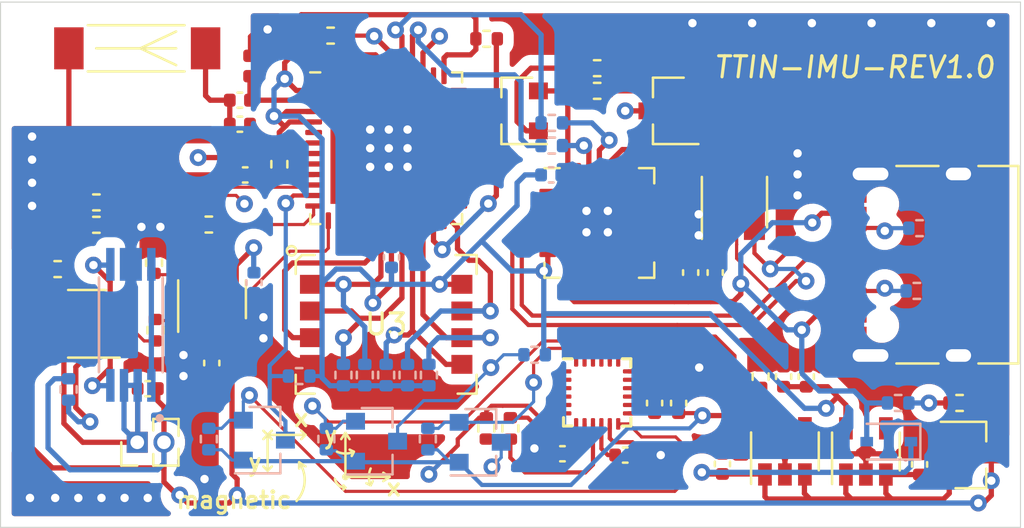
<source format=kicad_pcb>
(kicad_pcb (version 20171130) (host pcbnew "(5.1.9)-1")
  (layers (0 F.Cu signal) (1 In1.Cu signal) (2 In2.Cu signal) (31 B.Cu signal) (34 B.Paste user) (35 F.Paste user) (36 B.SilkS user) (37 F.SilkS user) (38 B.Mask user) (39 F.Mask user) (44 Edge.Cuts user))
  (net 0 "")
  (net 1 "Net-(AE1-Pad1)")
  (net 2 GND)
  (net 3 +BATT)
  (net 4 /EN)
  (net 5 "Net-(C3-Pad1)")
  (net 6 +3V3)
  (net 7 +5V)
  (net 8 -BATT)
  (net 9 "Net-(C14-Pad2)")
  (net 10 +1V8)
  (net 11 /D-)
  (net 12 /D+)
  (net 13 "Net-(J2-PadB8)")
  (net 14 "Net-(J2-PadA5)")
  (net 15 "Net-(J2-PadA8)")
  (net 16 "Net-(J2-PadB5)")
  (net 17 /SDA)
  (net 18 /SDA\1.8)
  (net 19 /G_INT)
  (net 20 /G_INT\1.8)
  (net 21 "Net-(Q3-Pad1)")
  (net 22 /OC)
  (net 23 /OD)
  (net 24 /RTS)
  (net 25 "Net-(Q4-Pad1)")
  (net 26 /IO0)
  (net 27 /DTR)
  (net 28 "Net-(Q5-Pad1)")
  (net 29 /SCL)
  (net 30 /SCL\1.8)
  (net 31 /SD_CMD)
  (net 32 /SD_D0)
  (net 33 /SD_D1)
  (net 34 /SD_D2)
  (net 35 /SD_D3)
  (net 36 "Net-(R15-Pad2)")
  (net 37 "Net-(R17-Pad1)")
  (net 38 /TX)
  (net 39 "Net-(R19-Pad1)")
  (net 40 "Net-(R20-Pad2)")
  (net 41 /RX)
  (net 42 /~STDBY)
  (net 43 /~CHRG)
  (net 44 "Net-(R23-Pad2)")
  (net 45 /AD0)
  (net 46 /V_BAT)
  (net 47 "Net-(U1-Pad4)")
  (net 48 "Net-(U2-Pad48)")
  (net 49 "Net-(U2-Pad47)")
  (net 50 "Net-(U2-Pad45)")
  (net 51 "Net-(U2-Pad44)")
  (net 52 "Net-(U2-Pad38)")
  (net 53 "Net-(U2-Pad36)")
  (net 54 "Net-(U2-Pad35)")
  (net 55 "Net-(U2-Pad34)")
  (net 56 "Net-(U2-Pad33)")
  (net 57 "Net-(U2-Pad32)")
  (net 58 "Net-(U2-Pad31)")
  (net 59 "Net-(U2-Pad30)")
  (net 60 "Net-(U2-Pad29)")
  (net 61 "Net-(U2-Pad28)")
  (net 62 "Net-(U2-Pad27)")
  (net 63 "Net-(U2-Pad26)")
  (net 64 "Net-(U2-Pad25)")
  (net 65 /SD_CLK)
  (net 66 "Net-(U2-Pad16)")
  (net 67 "Net-(U2-Pad15)")
  (net 68 "Net-(U2-Pad14)")
  (net 69 "Net-(U2-Pad8)")
  (net 70 "Net-(U2-Pad7)")
  (net 71 "Net-(U2-Pad6)")
  (net 72 "Net-(U2-Pad5)")
  (net 73 "Net-(U4-Pad4)")
  (net 74 "Net-(U5-Pad4)")
  (net 75 "Net-(U6-Pad27)")
  (net 76 "Net-(U6-Pad23)")
  (net 77 "Net-(U6-Pad22)")
  (net 78 "Net-(U6-Pad21)")
  (net 79 "Net-(U6-Pad20)")
  (net 80 "Net-(U6-Pad19)")
  (net 81 "Net-(U6-Pad18)")
  (net 82 "Net-(U6-Pad17)")
  (net 83 "Net-(U6-Pad16)")
  (net 84 "Net-(U6-Pad15)")
  (net 85 "Net-(U6-Pad14)")
  (net 86 "Net-(U6-Pad13)")
  (net 87 "Net-(U6-Pad12)")
  (net 88 "Net-(U6-Pad11)")
  (net 89 "Net-(U6-Pad10)")
  (net 90 "Net-(U6-Pad9)")
  (net 91 "Net-(U6-Pad2)")
  (net 92 "Net-(U6-Pad1)")
  (net 93 "Net-(U8-Pad21)")
  (net 94 "Net-(U8-Pad19)")
  (net 95 "Net-(U8-Pad17)")
  (net 96 "Net-(U8-Pad16)")
  (net 97 "Net-(U8-Pad15)")
  (net 98 "Net-(U8-Pad14)")
  (net 99 "Net-(U8-Pad7)")
  (net 100 "Net-(U8-Pad6)")
  (net 101 "Net-(U8-Pad5)")
  (net 102 "Net-(U8-Pad4)")
  (net 103 "Net-(U8-Pad3)")
  (net 104 "Net-(U8-Pad2)")
  (net 105 "Net-(U8-Pad1)")
  (net 106 +VSW)
  (net 107 "Net-(Q7-Pad1)")
  (module Resistor_SMD:R_0402_1005Metric (layer F.Cu) (at 159.004 89.9795)
    (fp_text reference R31 hide)
    (fp_text value 10k)
    (pad 2 smd roundrect (at 0.51 0) (size 0.54 0.64) (layers F.Cu F.Paste F.Mask) (net 2 GND))
    (pad 1 smd roundrect (at -0.51 0) (size 0.54 0.64) (layers F.Cu F.Paste F.Mask) (net 107 "Net-(Q7-Pad1)"))
  )
  (module Resistor_SMD:R_0402_1005Metric (layer B.Cu) (at 156.083 89.9795 180)
    (fp_text reference R30 hide)
    (fp_text value 100R)
    (pad 2 smd roundrect (at 0.51 0 180) (size 0.54 0.64) (layers B.Cu B.Paste B.Mask) (net 7 +5V))
    (pad 1 smd roundrect (at -0.51 0 180) (size 0.54 0.64) (layers B.Cu B.Paste B.Mask) (net 107 "Net-(Q7-Pad1)"))
  )
  (module Resistor_SMD:R_0402_1005Metric (layer B.Cu) (at 157.099 81.661)
    (fp_text reference R29 hide)
    (fp_text value 20R)
    (pad 2 smd roundrect (at 0.51 0) (size 0.54 0.64) (layers B.Cu B.Paste B.Mask) (net 2 GND))
    (pad 1 smd roundrect (at -0.51 0) (size 0.54 0.64) (layers B.Cu B.Paste B.Mask) (net 16 "Net-(J2-PadB5)"))
  )
  (module Resistor_SMD:R_0402_1005Metric (layer B.Cu) (at 156.972 84.6455 180)
    (fp_text reference R28 hide)
    (fp_text value 20R)
    (pad 2 smd roundrect (at 0.51 0 180) (size 0.54 0.64) (layers B.Cu B.Paste B.Mask) (net 14 "Net-(J2-PadA5)"))
    (pad 1 smd roundrect (at -0.51 0 180) (size 0.54 0.64) (layers B.Cu B.Paste B.Mask) (net 2 GND))
  )
  (module Package_TO_SOT_SMD:SOT-23 (layer F.Cu) (at 159.512 92.456)
    (fp_text reference Q7 hide)
    (fp_text value IRLML6401)
    (pad 3 smd rect (at 1 0) (size 0.9 0.8) (layers F.Cu F.Paste F.Mask) (net 3 +BATT))
    (pad 2 smd rect (at -1 0.95) (size 0.9 0.8) (layers F.Cu F.Paste F.Mask) (net 106 +VSW))
    (pad 1 smd rect (at -1 -0.95) (size 0.9 0.8) (layers F.Cu F.Paste F.Mask) (net 107 "Net-(Q7-Pad1)"))
  )
  (module Diode_SMD:D_SOD-323 (layer B.Cu) (at 155.6385 91.821 180)
    (fp_text reference D2 hide)
    (fp_text value D_Schottky)
    (pad 2 smd rect (at 1.05 0 180) (size 0.6 0.45) (layers B.Cu B.Paste B.Mask) (net 7 +5V))
    (pad 1 smd rect (at -1.05 0 180) (size 0.6 0.45) (layers B.Cu B.Paste B.Mask) (net 106 +VSW))
  )
  (module RF_Antenna:CHIP_ANTENNA_AN6520 (layer F.Cu) (at 119.9 73.1 270)
    (fp_text reference AE1 hide)
    (fp_text value AN6520)
    (pad 1 smd rect (at 0 -3.25 270) (size 2 1.4) (layers F.Cu F.Paste F.Mask) (net 1 "Net-(AE1-Pad1)"))
    (pad 2 smd rect (at 0 3.25 270) (size 2 1.4) (layers F.Cu F.Paste F.Mask) (net 2 GND))
  )
  (module Sensor_Motion:InvenSense_QFN-24_3x3mm_P0.4mm (layer F.Cu) (at 141.771 89.4755)
    (fp_text reference U8 hide)
    (fp_text value ICM-20948)
    (pad 24 smd roundrect (at -1 -1.5 90) (size 0.55 0.2) (layers F.Cu F.Paste F.Mask) (net 18 /SDA\1.8))
    (pad 23 smd roundrect (at -0.6 -1.5 90) (size 0.55 0.2) (layers F.Cu F.Paste F.Mask) (net 30 /SCL\1.8))
    (pad 22 smd roundrect (at -0.2 -1.5 90) (size 0.55 0.2) (layers F.Cu F.Paste F.Mask) (net 10 +1V8))
    (pad 21 smd roundrect (at 0.2 -1.5 90) (size 0.55 0.2) (layers F.Cu F.Paste F.Mask) (net 93 "Net-(U8-Pad21)"))
    (pad 20 smd roundrect (at 0.6 -1.5 90) (size 0.55 0.2) (layers F.Cu F.Paste F.Mask) (net 2 GND))
    (pad 19 smd roundrect (at 1 -1.5 90) (size 0.55 0.2) (layers F.Cu F.Paste F.Mask) (net 94 "Net-(U8-Pad19)"))
    (pad 18 smd roundrect (at 1.5 -1) (size 0.55 0.2) (layers F.Cu F.Paste F.Mask) (net 2 GND))
    (pad 17 smd roundrect (at 1.5 -0.6) (size 0.55 0.2) (layers F.Cu F.Paste F.Mask) (net 95 "Net-(U8-Pad17)"))
    (pad 16 smd roundrect (at 1.5 -0.2) (size 0.55 0.2) (layers F.Cu F.Paste F.Mask) (net 96 "Net-(U8-Pad16)"))
    (pad 15 smd roundrect (at 1.5 0.2) (size 0.55 0.2) (layers F.Cu F.Paste F.Mask) (net 97 "Net-(U8-Pad15)"))
    (pad 14 smd roundrect (at 1.5 0.6) (size 0.55 0.2) (layers F.Cu F.Paste F.Mask) (net 98 "Net-(U8-Pad14)"))
    (pad 13 smd roundrect (at 1.5 1) (size 0.55 0.2) (layers F.Cu F.Paste F.Mask) (net 10 +1V8))
    (pad 12 smd roundrect (at 1 1.5 90) (size 0.55 0.2) (layers F.Cu F.Paste F.Mask) (net 20 /G_INT\1.8))
    (pad 11 smd roundrect (at 0.6 1.5 90) (size 0.55 0.2) (layers F.Cu F.Paste F.Mask) (net 2 GND))
    (pad 10 smd roundrect (at 0.2 1.5 90) (size 0.55 0.2) (layers F.Cu F.Paste F.Mask) (net 9 "Net-(C14-Pad2)"))
    (pad 9 smd roundrect (at -0.2 1.5 90) (size 0.55 0.2) (layers F.Cu F.Paste F.Mask) (net 45 /AD0))
    (pad 8 smd roundrect (at -0.6 1.5 90) (size 0.55 0.2) (layers F.Cu F.Paste F.Mask) (net 10 +1V8))
    (pad 7 smd roundrect (at -1 1.5 90) (size 0.55 0.2) (layers F.Cu F.Paste F.Mask) (net 99 "Net-(U8-Pad7)"))
    (pad 6 smd roundrect (at -1.5 1) (size 0.55 0.2) (layers F.Cu F.Paste F.Mask) (net 100 "Net-(U8-Pad6)"))
    (pad 5 smd roundrect (at -1.5 0.6) (size 0.55 0.2) (layers F.Cu F.Paste F.Mask) (net 101 "Net-(U8-Pad5)"))
    (pad 4 smd roundrect (at -1.5 0.2) (size 0.55 0.2) (layers F.Cu F.Paste F.Mask) (net 102 "Net-(U8-Pad4)"))
    (pad 3 smd roundrect (at -1.5 -0.2) (size 0.55 0.2) (layers F.Cu F.Paste F.Mask) (net 103 "Net-(U8-Pad3)"))
    (pad 2 smd roundrect (at -1.5 -0.6) (size 0.55 0.2) (layers F.Cu F.Paste F.Mask) (net 104 "Net-(U8-Pad2)"))
    (pad 1 smd roundrect (at -1.5 -1) (size 0.55 0.2) (layers F.Cu F.Paste F.Mask) (net 105 "Net-(U8-Pad1)"))
  )
  (module Package_TO_SOT_SMD:SOT-23-6 (layer F.Cu) (at 123.4576 85.0432 90)
    (fp_text reference U7 hide)
    (fp_text value TP4057)
    (pad 5 smd rect (at 1.1 0 90) (size 1.06 0.65) (layers F.Cu F.Paste F.Mask) (net 42 /~STDBY))
    (pad 6 smd rect (at 1.1 -0.95 90) (size 1.06 0.65) (layers F.Cu F.Paste F.Mask) (net 44 "Net-(R23-Pad2)"))
    (pad 4 smd rect (at 1.1 0.95 90) (size 1.06 0.65) (layers F.Cu F.Paste F.Mask) (net 7 +5V))
    (pad 3 smd rect (at -1.1 0.95 90) (size 1.06 0.65) (layers F.Cu F.Paste F.Mask) (net 3 +BATT))
    (pad 2 smd rect (at -1.1 0 90) (size 1.06 0.65) (layers F.Cu F.Paste F.Mask) (net 2 GND))
    (pad 1 smd rect (at -1.1 -0.95 90) (size 1.06 0.65) (layers F.Cu F.Paste F.Mask) (net 43 /~CHRG))
  )
  (module Package_DFN_QFN:QFN-28-1EP_5x5mm_P0.5mm_EP3.35x3.35mm (layer F.Cu) (at 141.875 81.411)
    (fp_text reference U6 hide)
    (fp_text value CP2102N-A01-GQFN28)
    (pad 29 smd rect (at 0 0) (size 3.35 3.35) (layers F.Cu F.Mask) (net 2 GND))
    (pad 28 smd roundrect (at -1.5 -2.45) (size 0.25 0.8) (layers F.Cu F.Paste F.Mask) (net 27 /DTR))
    (pad 27 smd roundrect (at -1 -2.45) (size 0.25 0.8) (layers F.Cu F.Paste F.Mask) (net 75 "Net-(U6-Pad27)"))
    (pad 26 smd roundrect (at -0.5 -2.45) (size 0.25 0.8) (layers F.Cu F.Paste F.Mask) (net 40 "Net-(R20-Pad2)"))
    (pad 25 smd roundrect (at 0 -2.45) (size 0.25 0.8) (layers F.Cu F.Paste F.Mask) (net 39 "Net-(R19-Pad1)"))
    (pad 24 smd roundrect (at 0.5 -2.45) (size 0.25 0.8) (layers F.Cu F.Paste F.Mask) (net 24 /RTS))
    (pad 23 smd roundrect (at 1 -2.45) (size 0.25 0.8) (layers F.Cu F.Paste F.Mask) (net 76 "Net-(U6-Pad23)"))
    (pad 22 smd roundrect (at 1.5 -2.45) (size 0.25 0.8) (layers F.Cu F.Paste F.Mask) (net 77 "Net-(U6-Pad22)"))
    (pad 21 smd roundrect (at 2.45 -1.5) (size 0.8 0.25) (layers F.Cu F.Paste F.Mask) (net 78 "Net-(U6-Pad21)"))
    (pad 20 smd roundrect (at 2.45 -1) (size 0.8 0.25) (layers F.Cu F.Paste F.Mask) (net 79 "Net-(U6-Pad20)"))
    (pad 19 smd roundrect (at 2.45 -0.5) (size 0.8 0.25) (layers F.Cu F.Paste F.Mask) (net 80 "Net-(U6-Pad19)"))
    (pad 18 smd roundrect (at 2.45 0) (size 0.8 0.25) (layers F.Cu F.Paste F.Mask) (net 81 "Net-(U6-Pad18)"))
    (pad 17 smd roundrect (at 2.45 0.5) (size 0.8 0.25) (layers F.Cu F.Paste F.Mask) (net 82 "Net-(U6-Pad17)"))
    (pad 16 smd roundrect (at 2.45 1) (size 0.8 0.25) (layers F.Cu F.Paste F.Mask) (net 83 "Net-(U6-Pad16)"))
    (pad 15 smd roundrect (at 2.45 1.5) (size 0.8 0.25) (layers F.Cu F.Paste F.Mask) (net 84 "Net-(U6-Pad15)"))
    (pad 14 smd roundrect (at 1.5 2.45) (size 0.25 0.8) (layers F.Cu F.Paste F.Mask) (net 85 "Net-(U6-Pad14)"))
    (pad 13 smd roundrect (at 1 2.45) (size 0.25 0.8) (layers F.Cu F.Paste F.Mask) (net 86 "Net-(U6-Pad13)"))
    (pad 12 smd roundrect (at 0.5 2.45) (size 0.25 0.8) (layers F.Cu F.Paste F.Mask) (net 87 "Net-(U6-Pad12)"))
    (pad 11 smd roundrect (at 0 2.45) (size 0.25 0.8) (layers F.Cu F.Paste F.Mask) (net 88 "Net-(U6-Pad11)"))
    (pad 10 smd roundrect (at -0.5 2.45) (size 0.25 0.8) (layers F.Cu F.Paste F.Mask) (net 89 "Net-(U6-Pad10)"))
    (pad 9 smd roundrect (at -1 2.45) (size 0.25 0.8) (layers F.Cu F.Paste F.Mask) (net 90 "Net-(U6-Pad9)"))
    (pad 8 smd roundrect (at -1.5 2.45) (size 0.25 0.8) (layers F.Cu F.Paste F.Mask) (net 7 +5V))
    (pad 7 smd roundrect (at -2.45 1.5) (size 0.8 0.25) (layers F.Cu F.Paste F.Mask) (net 6 +3V3))
    (pad 6 smd roundrect (at -2.45 1) (size 0.8 0.25) (layers F.Cu F.Paste F.Mask) (net 6 +3V3))
    (pad 5 smd roundrect (at -2.45 0.5) (size 0.8 0.25) (layers F.Cu F.Paste F.Mask) (net 11 /D-))
    (pad 4 smd roundrect (at -2.45 0) (size 0.8 0.25) (layers F.Cu F.Paste F.Mask) (net 12 /D+))
    (pad 3 smd roundrect (at -2.45 -0.5) (size 0.8 0.25) (layers F.Cu F.Paste F.Mask) (net 2 GND))
    (pad 2 smd roundrect (at -2.45 -1) (size 0.8 0.25) (layers F.Cu F.Paste F.Mask) (net 91 "Net-(U6-Pad2)"))
    (pad 1 smd roundrect (at -2.45 -1.5) (size 0.8 0.25) (layers F.Cu F.Paste F.Mask) (net 92 "Net-(U6-Pad1)"))
  )
  (module Package_TO_SOT_SMD:SOT-23-6 (layer F.Cu) (at 117.514 86.2116 180)
    (fp_text reference U5 hide)
    (fp_text value DW-01A)
    (pad 5 smd rect (at 1.1 0 180) (size 1.06 0.65) (layers F.Cu F.Paste F.Mask) (net 37 "Net-(R17-Pad1)"))
    (pad 6 smd rect (at 1.1 -0.95 180) (size 1.06 0.65) (layers F.Cu F.Paste F.Mask) (net 8 -BATT))
    (pad 4 smd rect (at 1.1 0.95 180) (size 1.06 0.65) (layers F.Cu F.Paste F.Mask) (net 74 "Net-(U5-Pad4)"))
    (pad 3 smd rect (at -1.1 0.95 180) (size 1.06 0.65) (layers F.Cu F.Paste F.Mask) (net 22 /OC))
    (pad 2 smd rect (at -1.1 0 180) (size 1.06 0.65) (layers F.Cu F.Paste F.Mask) (net 36 "Net-(R15-Pad2)"))
    (pad 1 smd rect (at -1.1 -0.95 180) (size 1.06 0.65) (layers F.Cu F.Paste F.Mask) (net 23 /OD))
  )
  (module Package_TO_SOT_SMD:SOT-23-5 (layer F.Cu) (at 154.5497 92.2871 90)
    (fp_text reference U4 hide)
    (fp_text value MIC5219-3.3YM5)
    (pad 5 smd rect (at 1.1 -0.95 90) (size 1.06 0.65) (layers F.Cu F.Paste F.Mask) (net 6 +3V3))
    (pad 4 smd rect (at 1.1 0.95 90) (size 1.06 0.65) (layers F.Cu F.Paste F.Mask) (net 73 "Net-(U4-Pad4)"))
    (pad 3 smd rect (at -1.1 0.95 90) (size 1.06 0.65) (layers F.Cu F.Paste F.Mask) (net 106 +VSW))
    (pad 2 smd rect (at -1.1 0 90) (size 1.06 0.65) (layers F.Cu F.Paste F.Mask) (net 2 GND))
    (pad 1 smd rect (at -1.1 -0.95 90) (size 1.06 0.65) (layers F.Cu F.Paste F.Mask) (net 106 +VSW))
  )
  (module Package_LGA:LGA-8_8x6mm_P1.27 (layer F.Cu) (at 131.738 86.237)
    (fp_text reference U3 (at 0 0) (layer F.SilkS))
    (fp_text value MKDV4GCL-AB)
    (pad 8 smd rect (at 3.6 -1.905) (size 1 0.9) (layers F.Cu F.Paste F.Mask) (net 6 +3V3))
    (pad 7 smd rect (at 3.6 -0.635) (size 1 0.9) (layers F.Cu F.Paste F.Mask) (net 33 /SD_D1))
    (pad 6 smd rect (at 3.6 0.635) (size 1 0.9) (layers F.Cu F.Paste F.Mask) (net 32 /SD_D0))
    (pad 5 smd rect (at 3.6 1.905) (size 1 0.9) (layers F.Cu F.Paste F.Mask) (net 31 /SD_CMD))
    (pad 4 smd rect (at -3.6 1.905) (size 1 0.9) (layers F.Cu F.Paste F.Mask) (net 2 GND))
    (pad 3 smd rect (at -3.6 0.635) (size 1 0.9) (layers F.Cu F.Paste F.Mask) (net 65 /SD_CLK))
    (pad 2 smd rect (at -3.6 -0.635) (size 1 0.9) (layers F.Cu F.Paste F.Mask) (net 35 /SD_D3))
    (pad 1 smd rect (at -3.6 -1.905) (size 1 0.9) (layers F.Cu F.Paste F.Mask) (net 34 /SD_D2))
  )
  (module Package_DFN_QFN:QFN-48-1EP_7x7mm_P0.5mm_EP5.3x5.3mm (layer F.Cu) (at 131.738 77.855)
    (fp_text reference U2 hide)
    (fp_text value ESP32-PICO-D4)
    (pad 49 smd rect (at 0 0) (size 5.3 5.3) (layers F.Cu F.Mask) (net 2 GND))
    (pad 48 smd roundrect (at -2.75 -3.45) (size 0.25 0.8) (layers F.Cu F.Paste F.Mask) (net 48 "Net-(U2-Pad48)"))
    (pad 47 smd roundrect (at -2.25 -3.45) (size 0.25 0.8) (layers F.Cu F.Paste F.Mask) (net 49 "Net-(U2-Pad47)"))
    (pad 46 smd roundrect (at -1.75 -3.45) (size 0.25 0.8) (layers F.Cu F.Paste F.Mask) (net 6 +3V3))
    (pad 45 smd roundrect (at -1.25 -3.45) (size 0.25 0.8) (layers F.Cu F.Paste F.Mask) (net 50 "Net-(U2-Pad45)"))
    (pad 44 smd roundrect (at -0.75 -3.45) (size 0.25 0.8) (layers F.Cu F.Paste F.Mask) (net 51 "Net-(U2-Pad44)"))
    (pad 43 smd roundrect (at -0.25 -3.45) (size 0.25 0.8) (layers F.Cu F.Paste F.Mask) (net 6 +3V3))
    (pad 42 smd roundrect (at 0.25 -3.45) (size 0.25 0.8) (layers F.Cu F.Paste F.Mask) (net 17 /SDA))
    (pad 41 smd roundrect (at 0.75 -3.45) (size 0.25 0.8) (layers F.Cu F.Paste F.Mask) (net 38 /TX))
    (pad 40 smd roundrect (at 1.25 -3.45) (size 0.25 0.8) (layers F.Cu F.Paste F.Mask) (net 41 /RX))
    (pad 39 smd roundrect (at 1.75 -3.45) (size 0.25 0.8) (layers F.Cu F.Paste F.Mask) (net 29 /SCL))
    (pad 38 smd roundrect (at 2.25 -3.45) (size 0.25 0.8) (layers F.Cu F.Paste F.Mask) (net 52 "Net-(U2-Pad38)"))
    (pad 37 smd roundrect (at 2.75 -3.45) (size 0.25 0.8) (layers F.Cu F.Paste F.Mask) (net 6 +3V3))
    (pad 36 smd roundrect (at 3.45 -2.75) (size 0.8 0.25) (layers F.Cu F.Paste F.Mask) (net 53 "Net-(U2-Pad36)"))
    (pad 35 smd roundrect (at 3.45 -2.25) (size 0.8 0.25) (layers F.Cu F.Paste F.Mask) (net 54 "Net-(U2-Pad35)"))
    (pad 34 smd roundrect (at 3.45 -1.75) (size 0.8 0.25) (layers F.Cu F.Paste F.Mask) (net 55 "Net-(U2-Pad34)"))
    (pad 33 smd roundrect (at 3.45 -1.25) (size 0.8 0.25) (layers F.Cu F.Paste F.Mask) (net 56 "Net-(U2-Pad33)"))
    (pad 32 smd roundrect (at 3.45 -0.75) (size 0.8 0.25) (layers F.Cu F.Paste F.Mask) (net 57 "Net-(U2-Pad32)"))
    (pad 31 smd roundrect (at 3.45 -0.25) (size 0.8 0.25) (layers F.Cu F.Paste F.Mask) (net 58 "Net-(U2-Pad31)"))
    (pad 30 smd roundrect (at 3.45 0.25) (size 0.8 0.25) (layers F.Cu F.Paste F.Mask) (net 59 "Net-(U2-Pad30)"))
    (pad 29 smd roundrect (at 3.45 0.75) (size 0.8 0.25) (layers F.Cu F.Paste F.Mask) (net 60 "Net-(U2-Pad29)"))
    (pad 28 smd roundrect (at 3.45 1.25) (size 0.8 0.25) (layers F.Cu F.Paste F.Mask) (net 61 "Net-(U2-Pad28)"))
    (pad 27 smd roundrect (at 3.45 1.75) (size 0.8 0.25) (layers F.Cu F.Paste F.Mask) (net 62 "Net-(U2-Pad27)"))
    (pad 26 smd roundrect (at 3.45 2.25) (size 0.8 0.25) (layers F.Cu F.Paste F.Mask) (net 63 "Net-(U2-Pad26)"))
    (pad 25 smd roundrect (at 3.45 2.75) (size 0.8 0.25) (layers F.Cu F.Paste F.Mask) (net 64 "Net-(U2-Pad25)"))
    (pad 24 smd roundrect (at 2.75 3.45) (size 0.25 0.8) (layers F.Cu F.Paste F.Mask) (net 33 /SD_D1))
    (pad 23 smd roundrect (at 2.25 3.45) (size 0.25 0.8) (layers F.Cu F.Paste F.Mask) (net 26 /IO0))
    (pad 22 smd roundrect (at 1.75 3.45) (size 0.25 0.8) (layers F.Cu F.Paste F.Mask) (net 32 /SD_D0))
    (pad 21 smd roundrect (at 1.25 3.45) (size 0.25 0.8) (layers F.Cu F.Paste F.Mask) (net 31 /SD_CMD))
    (pad 20 smd roundrect (at 0.75 3.45) (size 0.25 0.8) (layers F.Cu F.Paste F.Mask) (net 35 /SD_D3))
    (pad 19 smd roundrect (at 0.25 3.45) (size 0.25 0.8) (layers F.Cu F.Paste F.Mask) (net 6 +3V3))
    (pad 18 smd roundrect (at -0.25 3.45) (size 0.25 0.8) (layers F.Cu F.Paste F.Mask) (net 34 /SD_D2))
    (pad 17 smd roundrect (at -0.75 3.45) (size 0.25 0.8) (layers F.Cu F.Paste F.Mask) (net 65 /SD_CLK))
    (pad 16 smd roundrect (at -1.25 3.45) (size 0.25 0.8) (layers F.Cu F.Paste F.Mask) (net 66 "Net-(U2-Pad16)"))
    (pad 15 smd roundrect (at -1.75 3.45) (size 0.25 0.8) (layers F.Cu F.Paste F.Mask) (net 67 "Net-(U2-Pad15)"))
    (pad 14 smd roundrect (at -2.25 3.45) (size 0.25 0.8) (layers F.Cu F.Paste F.Mask) (net 68 "Net-(U2-Pad14)"))
    (pad 13 smd roundrect (at -2.75 3.45) (size 0.25 0.8) (layers F.Cu F.Paste F.Mask) (net 43 /~CHRG))
    (pad 12 smd roundrect (at -3.45 2.75) (size 0.8 0.25) (layers F.Cu F.Paste F.Mask) (net 42 /~STDBY))
    (pad 11 smd roundrect (at -3.45 2.25) (size 0.8 0.25) (layers F.Cu F.Paste F.Mask) (net 19 /G_INT))
    (pad 10 smd roundrect (at -3.45 1.75) (size 0.8 0.25) (layers F.Cu F.Paste F.Mask) (net 46 /V_BAT))
    (pad 9 smd roundrect (at -3.45 1.25) (size 0.8 0.25) (layers F.Cu F.Paste F.Mask) (net 4 /EN))
    (pad 8 smd roundrect (at -3.45 0.75) (size 0.8 0.25) (layers F.Cu F.Paste F.Mask) (net 69 "Net-(U2-Pad8)"))
    (pad 7 smd roundrect (at -3.45 0.25) (size 0.8 0.25) (layers F.Cu F.Paste F.Mask) (net 70 "Net-(U2-Pad7)"))
    (pad 6 smd roundrect (at -3.45 -0.25) (size 0.8 0.25) (layers F.Cu F.Paste F.Mask) (net 71 "Net-(U2-Pad6)"))
    (pad 5 smd roundrect (at -3.45 -0.75) (size 0.8 0.25) (layers F.Cu F.Paste F.Mask) (net 72 "Net-(U2-Pad5)"))
    (pad 4 smd roundrect (at -3.45 -1.25) (size 0.8 0.25) (layers F.Cu F.Paste F.Mask) (net 6 +3V3))
    (pad 3 smd roundrect (at -3.45 -1.75) (size 0.8 0.25) (layers F.Cu F.Paste F.Mask) (net 6 +3V3))
    (pad 2 smd roundrect (at -3.45 -2.25) (size 0.8 0.25) (layers F.Cu F.Paste F.Mask) (net 5 "Net-(C3-Pad1)"))
    (pad 1 smd roundrect (at -3.45 -2.75) (size 0.8 0.25) (layers F.Cu F.Paste F.Mask) (net 6 +3V3))
  )
  (module Package_TO_SOT_SMD:SOT-23-5 (layer F.Cu) (at 150.6991 92.2822 90)
    (fp_text reference U1 hide)
    (fp_text value TPS76318)
    (pad 5 smd rect (at 1.1 -0.95 90) (size 1.06 0.65) (layers F.Cu F.Paste F.Mask) (net 10 +1V8))
    (pad 4 smd rect (at 1.1 0.95 90) (size 1.06 0.65) (layers F.Cu F.Paste F.Mask) (net 47 "Net-(U1-Pad4)"))
    (pad 3 smd rect (at -1.1 0.95 90) (size 1.06 0.65) (layers F.Cu F.Paste F.Mask) (net 106 +VSW))
    (pad 2 smd rect (at -1.1 0 90) (size 1.06 0.65) (layers F.Cu F.Paste F.Mask) (net 2 GND))
    (pad 1 smd rect (at -1.1 -0.95 90) (size 1.06 0.65) (layers F.Cu F.Paste F.Mask) (net 106 +VSW))
  )
  (module Resistor_SMD:R_0402_1005Metric (layer F.Cu) (at 117.9585 80.4331)
    (fp_text reference R27 hide)
    (fp_text value 10k)
    (pad 2 smd roundrect (at 0.51 0) (size 0.54 0.64) (layers F.Cu F.Paste F.Mask) (net 46 /V_BAT))
    (pad 1 smd roundrect (at -0.51 0) (size 0.54 0.64) (layers F.Cu F.Paste F.Mask) (net 2 GND))
  )
  (module Resistor_SMD:R_0402_1005Metric (layer F.Cu) (at 117.9585 81.4999 180)
    (fp_text reference R26 hide)
    (fp_text value 10k)
    (pad 2 smd roundrect (at 0.51 0 180) (size 0.54 0.64) (layers F.Cu F.Paste F.Mask) (net 3 +BATT))
    (pad 1 smd roundrect (at -0.51 0 180) (size 0.54 0.64) (layers F.Cu F.Paste F.Mask) (net 46 /V_BAT))
  )
  (module Resistor_SMD:R_0402_1005Metric (layer F.Cu) (at 137.6435 91.19 270)
    (fp_text reference R25 hide)
    (fp_text value "0R (NC)")
    (pad 2 smd roundrect (at 0.51 0 270) (size 0.54 0.64) (layers F.Cu F.Paste F.Mask) (net 45 /AD0))
    (pad 1 smd roundrect (at -0.51 0 270) (size 0.54 0.64) (layers F.Cu F.Paste F.Mask) (net 2 GND))
  )
  (module Resistor_SMD:R_0402_1005Metric (layer F.Cu) (at 136.5005 91.188 90)
    (fp_text reference R24 hide)
    (fp_text value 10k)
    (pad 2 smd roundrect (at 0.51 0 90) (size 0.54 0.64) (layers F.Cu F.Paste F.Mask) (net 10 +1V8))
    (pad 1 smd roundrect (at -0.51 0 90) (size 0.54 0.64) (layers F.Cu F.Paste F.Mask) (net 45 /AD0))
  )
  (module Resistor_SMD:R_0402_1005Metric (layer F.Cu) (at 120.7 83.3 270)
    (fp_text reference R23 hide)
    (fp_text value 2k)
    (pad 2 smd roundrect (at 0.51 0 270) (size 0.54 0.64) (layers F.Cu F.Paste F.Mask) (net 44 "Net-(R23-Pad2)"))
    (pad 1 smd roundrect (at -0.51 0 270) (size 0.54 0.64) (layers F.Cu F.Paste F.Mask) (net 2 GND))
  )
  (module Resistor_SMD:R_0402_1005Metric (layer F.Cu) (at 120.7652 86.5164 270)
    (fp_text reference R22 hide)
    (fp_text value 10k)
    (pad 2 smd roundrect (at 0.51 0 270) (size 0.54 0.64) (layers F.Cu F.Paste F.Mask) (net 6 +3V3))
    (pad 1 smd roundrect (at -0.51 0 270) (size 0.54 0.64) (layers F.Cu F.Paste F.Mask) (net 43 /~CHRG))
  )
  (module Resistor_SMD:R_0402_1005Metric (layer F.Cu) (at 123.3052 81.4872 180)
    (fp_text reference R21 hide)
    (fp_text value 10k)
    (pad 2 smd roundrect (at 0.51 0 180) (size 0.54 0.64) (layers F.Cu F.Paste F.Mask) (net 6 +3V3))
    (pad 1 smd roundrect (at -0.51 0 180) (size 0.54 0.64) (layers F.Cu F.Paste F.Mask) (net 42 /~STDBY))
  )
  (module Resistor_SMD:R_0402_1005Metric (layer B.Cu) (at 139.612 77.728)
    (fp_text reference R20 hide)
    (fp_text value 1k)
    (pad 2 smd roundrect (at 0.51 0) (size 0.54 0.64) (layers B.Cu B.Paste B.Mask) (net 40 "Net-(R20-Pad2)"))
    (pad 1 smd roundrect (at -0.51 0) (size 0.54 0.64) (layers B.Cu B.Paste B.Mask) (net 41 /RX))
  )
  (module Resistor_SMD:R_0402_1005Metric (layer B.Cu) (at 139.612 76.6485 180)
    (fp_text reference R19 hide)
    (fp_text value 1k)
    (pad 2 smd roundrect (at 0.51 0 180) (size 0.54 0.64) (layers B.Cu B.Paste B.Mask) (net 38 /TX))
    (pad 1 smd roundrect (at -0.51 0 180) (size 0.54 0.64) (layers B.Cu B.Paste B.Mask) (net 39 "Net-(R19-Pad1)"))
  )
  (module Resistor_SMD:R_0402_1005Metric (layer B.Cu) (at 128.8932 91.698 270)
    (fp_text reference R18 hide)
    (fp_text value 10k)
    (pad 2 smd roundrect (at 0.51 0 270) (size 0.54 0.64) (layers B.Cu B.Paste B.Mask) (net 10 +1V8))
    (pad 1 smd roundrect (at -0.51 0 270) (size 0.54 0.64) (layers B.Cu B.Paste B.Mask) (net 30 /SCL\1.8))
  )
  (module Resistor_SMD:R_0402_1005Metric (layer B.Cu) (at 116.6377 89.3358 90)
    (fp_text reference R17 hide)
    (fp_text value 100R)
    (pad 2 smd roundrect (at 0.51 0 90) (size 0.54 0.64) (layers B.Cu B.Paste B.Mask) (net 3 +BATT))
    (pad 1 smd roundrect (at -0.51 0 90) (size 0.54 0.64) (layers B.Cu B.Paste B.Mask) (net 37 "Net-(R17-Pad1)"))
  )
  (module Resistor_SMD:R_0402_1005Metric (layer B.Cu) (at 138.7972 87.6848)
    (fp_text reference R16 hide)
    (fp_text value 10k)
    (pad 2 smd roundrect (at 0.51 0) (size 0.54 0.64) (layers B.Cu B.Paste B.Mask) (net 6 +3V3))
    (pad 1 smd roundrect (at -0.51 0) (size 0.54 0.64) (layers B.Cu B.Paste B.Mask) (net 29 /SCL))
  )
  (module Resistor_SMD:R_0402_1005Metric (layer F.Cu) (at 116.117 83.6081)
    (fp_text reference R15 hide)
    (fp_text value 1k)
    (pad 2 smd roundrect (at 0.51 0) (size 0.54 0.64) (layers F.Cu F.Paste F.Mask) (net 36 "Net-(R15-Pad2)"))
    (pad 1 smd roundrect (at -0.51 0) (size 0.54 0.64) (layers F.Cu F.Paste F.Mask) (net 8 -BATT))
  )
  (module Resistor_SMD:R_0402_1005Metric (layer B.Cu) (at 123.3052 91.698 270)
    (fp_text reference R14 hide)
    (fp_text value 10k)
    (pad 2 smd roundrect (at 0.51 0 270) (size 0.54 0.64) (layers B.Cu B.Paste B.Mask) (net 10 +1V8))
    (pad 1 smd roundrect (at -0.51 0 270) (size 0.54 0.64) (layers B.Cu B.Paste B.Mask) (net 20 /G_INT\1.8))
  )
  (module Resistor_SMD:R_0402_1005Metric (layer B.Cu) (at 133.7192 91.698 270)
    (fp_text reference R13 hide)
    (fp_text value 10k)
    (pad 2 smd roundrect (at 0.51 0 270) (size 0.54 0.64) (layers B.Cu B.Paste B.Mask) (net 10 +1V8))
    (pad 1 smd roundrect (at -0.51 0 270) (size 0.54 0.64) (layers B.Cu B.Paste B.Mask) (net 18 /SDA\1.8))
  )
  (module Resistor_SMD:R_0402_1005Metric (layer F.Cu) (at 141.771 74.045)
    (fp_text reference R12 hide)
    (fp_text value 10k)
    (pad 2 smd roundrect (at 0.51 0) (size 0.54 0.64) (layers F.Cu F.Paste F.Mask) (net 24 /RTS))
    (pad 1 smd roundrect (at -0.51 0) (size 0.54 0.64) (layers F.Cu F.Paste F.Mask) (net 28 "Net-(Q5-Pad1)"))
  )
  (module Resistor_SMD:R_0402_1005Metric (layer F.Cu) (at 141.771 75.1245 180)
    (fp_text reference R11 hide)
    (fp_text value 10k)
    (pad 2 smd roundrect (at 0.51 0 180) (size 0.54 0.64) (layers F.Cu F.Paste F.Mask) (net 27 /DTR))
    (pad 1 smd roundrect (at -0.51 0 180) (size 0.54 0.64) (layers F.Cu F.Paste F.Mask) (net 25 "Net-(Q4-Pad1)"))
  )
  (module Resistor_SMD:R_0402_1005Metric (layer B.Cu) (at 127.6 88.7)
    (fp_text reference R10 hide)
    (fp_text value 10k)
    (pad 2 smd roundrect (at 0.51 0) (size 0.54 0.64) (layers B.Cu B.Paste B.Mask) (net 6 +3V3))
    (pad 1 smd roundrect (at -0.51 0) (size 0.54 0.64) (layers B.Cu B.Paste B.Mask) (net 19 /G_INT))
  )
  (module Resistor_SMD:R_0402_1005Metric (layer F.Cu) (at 129.0964 72.4956 180)
    (fp_text reference R9 hide)
    (fp_text value 10k)
    (pad 2 smd roundrect (at 0.51 0 180) (size 0.54 0.64) (layers F.Cu F.Paste F.Mask) (net 6 +3V3))
    (pad 1 smd roundrect (at -0.51 0 180) (size 0.54 0.64) (layers F.Cu F.Paste F.Mask) (net 17 /SDA))
  )
  (module Resistor_SMD:R_0402_1005Metric (layer F.Cu) (at 136.5132 72.648 180)
    (fp_text reference R8 hide)
    (fp_text value 10k)
    (pad 2 smd roundrect (at 0.51 0 180) (size 0.54 0.64) (layers F.Cu F.Paste F.Mask) (net 6 +3V3))
    (pad 1 smd roundrect (at -0.51 0 180) (size 0.54 0.64) (layers F.Cu F.Paste F.Mask) (net 26 /IO0))
  )
  (module Resistor_SMD:R_0402_1005Metric (layer F.Cu) (at 149.5434 88.7262 270)
    (fp_text reference R7 hide)
    (fp_text value 10k)
    (pad 2 smd roundrect (at 0.51 0 270) (size 0.54 0.64) (layers F.Cu F.Paste F.Mask) (net 10 +1V8))
    (pad 1 smd roundrect (at -0.51 0 270) (size 0.54 0.64) (layers F.Cu F.Paste F.Mask) (net 2 GND))
  )
  (module Resistor_SMD:R_0402_1005Metric (layer B.Cu) (at 129.706 88.65 90)
    (fp_text reference R6 hide)
    (fp_text value 10k hide)
    (pad 2 smd roundrect (at 0.51 0 90) (size 0.54 0.64) (layers B.Cu B.Paste B.Mask) (net 35 /SD_D3))
    (pad 1 smd roundrect (at -0.51 0 90) (size 0.54 0.64) (layers B.Cu B.Paste B.Mask) (net 6 +3V3))
  )
  (module Resistor_SMD:R_0402_1005Metric (layer B.Cu) (at 130.722 88.65 90)
    (fp_text reference R5 hide)
    (fp_text value 10k)
    (pad 2 smd roundrect (at 0.51 0 90) (size 0.54 0.64) (layers B.Cu B.Paste B.Mask) (net 34 /SD_D2))
    (pad 1 smd roundrect (at -0.51 0 90) (size 0.54 0.64) (layers B.Cu B.Paste B.Mask) (net 6 +3V3))
  )
  (module Resistor_SMD:R_0402_1005Metric (layer B.Cu) (at 132.754 88.65 90)
    (fp_text reference R4 hide)
    (fp_text value 10k)
    (pad 2 smd roundrect (at 0.51 0 90) (size 0.54 0.64) (layers B.Cu B.Paste B.Mask) (net 33 /SD_D1))
    (pad 1 smd roundrect (at -0.51 0 90) (size 0.54 0.64) (layers B.Cu B.Paste B.Mask) (net 6 +3V3))
  )
  (module Resistor_SMD:R_0402_1005Metric (layer B.Cu) (at 133.77 88.65 90)
    (fp_text reference R3 hide)
    (fp_text value 10k)
    (pad 2 smd roundrect (at 0.51 0 90) (size 0.54 0.64) (layers B.Cu B.Paste B.Mask) (net 32 /SD_D0))
    (pad 1 smd roundrect (at -0.51 0 90) (size 0.54 0.64) (layers B.Cu B.Paste B.Mask) (net 6 +3V3))
  )
  (module Resistor_SMD:R_0402_1005Metric (layer F.Cu) (at 126.658 78.617 90)
    (fp_text reference R2 hide)
    (fp_text value 10k)
    (pad 2 smd roundrect (at 0.51 0 90) (size 0.54 0.64) (layers F.Cu F.Paste F.Mask) (net 6 +3V3))
    (pad 1 smd roundrect (at -0.51 0 90) (size 0.54 0.64) (layers F.Cu F.Paste F.Mask) (net 4 /EN))
  )
  (module Resistor_SMD:R_0402_1005Metric (layer B.Cu) (at 131.738 88.65 90)
    (fp_text reference R1 hide)
    (fp_text value 10k)
    (pad 2 smd roundrect (at 0.51 0 90) (size 0.54 0.64) (layers B.Cu B.Paste B.Mask) (net 31 /SD_CMD))
    (pad 1 smd roundrect (at -0.51 0 90) (size 0.54 0.64) (layers B.Cu B.Paste B.Mask) (net 6 +3V3))
  )
  (module Package_TO_SOT_SMD:SOT-23 (layer B.Cu) (at 131.2808 91.7996)
    (fp_text reference Q6 hide)
    (fp_text value BSS138)
    (pad 3 smd rect (at 1 0) (size 0.9 0.8) (layers B.Cu B.Paste B.Mask) (net 29 /SCL))
    (pad 2 smd rect (at -1 -0.95) (size 0.9 0.8) (layers B.Cu B.Paste B.Mask) (net 30 /SCL\1.8))
    (pad 1 smd rect (at -1 0.95) (size 0.9 0.8) (layers B.Cu B.Paste B.Mask) (net 10 +1V8))
  )
  (module Package_TO_SOT_SMD:SOT-23 (layer F.Cu) (at 137.977 76.077 180)
    (fp_text reference Q5 hide)
    (fp_text value S8050_SOT_23)
    (pad 3 smd rect (at 1 0 180) (size 0.9 0.8) (layers F.Cu F.Paste F.Mask) (net 26 /IO0))
    (pad 2 smd rect (at -1 0.95 180) (size 0.9 0.8) (layers F.Cu F.Paste F.Mask) (net 27 /DTR))
    (pad 1 smd rect (at -1 -0.95 180) (size 0.9 0.8) (layers F.Cu F.Paste F.Mask) (net 28 "Net-(Q5-Pad1)"))
  )
  (module Package_TO_SOT_SMD:SOT-23 (layer F.Cu) (at 145.184 76.077 180)
    (fp_text reference Q4 hide)
    (fp_text value S8050_SOT_23)
    (pad 3 smd rect (at 1 0 180) (size 0.9 0.8) (layers F.Cu F.Paste F.Mask) (net 4 /EN))
    (pad 2 smd rect (at -1 0.95 180) (size 0.9 0.8) (layers F.Cu F.Paste F.Mask) (net 24 /RTS))
    (pad 1 smd rect (at -1 -0.95 180) (size 0.9 0.8) (layers F.Cu F.Paste F.Mask) (net 25 "Net-(Q4-Pad1)"))
  )
  (module LIB:SOP65P640X120-8N (layer B.Cu) (at 119.5968 86.2624 90)
    (fp_text reference Q3 hide)
    (fp_text value FS8205A)
    (pad 8 smd rect (at 2.88 0.975 90) (size 1.56 0.4) (layers B.Cu B.Paste B.Mask) (net 21 "Net-(Q3-Pad1)"))
    (pad 7 smd rect (at 2.88 0.325 90) (size 1.56 0.4) (layers B.Cu B.Paste B.Mask) (net 2 GND))
    (pad 6 smd rect (at 2.88 -0.325 90) (size 1.56 0.4) (layers B.Cu B.Paste B.Mask) (net 2 GND))
    (pad 5 smd rect (at 2.88 -0.975 90) (size 1.56 0.4) (layers B.Cu B.Paste B.Mask) (net 22 /OC))
    (pad 4 smd rect (at -2.88 -0.975 90) (size 1.56 0.4) (layers B.Cu B.Paste B.Mask) (net 23 /OD))
    (pad 3 smd rect (at -2.88 -0.325 90) (size 1.56 0.4) (layers B.Cu B.Paste B.Mask) (net 8 -BATT))
    (pad 2 smd rect (at -2.88 0.325 90) (size 1.56 0.4) (layers B.Cu B.Paste B.Mask) (net 8 -BATT))
    (pad 1 smd rect (at -2.88 0.975 90) (size 1.56 0.4) (layers B.Cu B.Paste B.Mask) (net 21 "Net-(Q3-Pad1)"))
  )
  (module Package_TO_SOT_SMD:SOT-23 (layer B.Cu) (at 125.9468 91.7488)
    (fp_text reference Q2 hide)
    (fp_text value BSS138)
    (pad 3 smd rect (at 1 0) (size 0.9 0.8) (layers B.Cu B.Paste B.Mask) (net 19 /G_INT))
    (pad 2 smd rect (at -1 -0.95) (size 0.9 0.8) (layers B.Cu B.Paste B.Mask) (net 20 /G_INT\1.8))
    (pad 1 smd rect (at -1 0.95) (size 0.9 0.8) (layers B.Cu B.Paste B.Mask) (net 10 +1V8))
  )
  (module Package_TO_SOT_SMD:SOT-23 (layer B.Cu) (at 136.2084 91.8504)
    (fp_text reference Q1 hide)
    (fp_text value BSS138)
    (pad 3 smd rect (at 1 0) (size 0.9 0.8) (layers B.Cu B.Paste B.Mask) (net 17 /SDA))
    (pad 2 smd rect (at -1 -0.95) (size 0.9 0.8) (layers B.Cu B.Paste B.Mask) (net 18 /SDA\1.8))
    (pad 1 smd rect (at -1 0.95) (size 0.9 0.8) (layers B.Cu B.Paste B.Mask) (net 10 +1V8))
  )
  (module Inductor_SMD:L_0402_1005Metric (layer F.Cu) (at 125.261 73.941 90)
    (fp_text reference L1 hide)
    (fp_text value 1.6n)
    (pad 2 smd roundrect (at 0.485 0 90) (size 0.59 0.64) (layers F.Cu F.Paste F.Mask) (net 2 GND))
    (pad 1 smd roundrect (at -0.485 0 90) (size 0.59 0.64) (layers F.Cu F.Paste F.Mask) (net 5 "Net-(C3-Pad1)"))
  )
  (module Connector_USB:USB_C_Receptacle_HRO_TYPE-C-31-M-12 (layer F.Cu) (at 157.9 83.4 90)
    (fp_text reference J2 hide)
    (fp_text value USB_C_Receptacle_USB2.0)
    (pad B1 smd rect (at 3.25 -4.045 90) (size 0.6 1.45) (layers F.Cu F.Paste F.Mask) (net 2 GND))
    (pad A9 smd rect (at 2.45 -4.045 90) (size 0.6 1.45) (layers F.Cu F.Paste F.Mask) (net 7 +5V))
    (pad B9 smd rect (at -2.45 -4.045 90) (size 0.6 1.45) (layers F.Cu F.Paste F.Mask) (net 7 +5V))
    (pad B12 smd rect (at -3.25 -4.045 90) (size 0.6 1.45) (layers F.Cu F.Paste F.Mask) (net 2 GND))
    (pad A1 smd rect (at -3.25 -4.045 90) (size 0.6 1.45) (layers F.Cu F.Paste F.Mask) (net 2 GND))
    (pad A4 smd rect (at -2.45 -4.045 90) (size 0.6 1.45) (layers F.Cu F.Paste F.Mask) (net 7 +5V))
    (pad B4 smd rect (at 2.45 -4.045 90) (size 0.6 1.45) (layers F.Cu F.Paste F.Mask) (net 7 +5V))
    (pad A12 smd rect (at 3.25 -4.045 90) (size 0.6 1.45) (layers F.Cu F.Paste F.Mask) (net 2 GND))
    (pad B8 smd rect (at -1.75 -4.045 90) (size 0.3 1.45) (layers F.Cu F.Paste F.Mask) (net 13 "Net-(J2-PadB8)"))
    (pad A5 smd rect (at -1.25 -4.045 90) (size 0.3 1.45) (layers F.Cu F.Paste F.Mask) (net 14 "Net-(J2-PadA5)"))
    (pad B7 smd rect (at -0.75 -4.045 90) (size 0.3 1.45) (layers F.Cu F.Paste F.Mask) (net 11 /D-))
    (pad A7 smd rect (at 0.25 -4.045 90) (size 0.3 1.45) (layers F.Cu F.Paste F.Mask) (net 11 /D-))
    (pad B6 smd rect (at 0.75 -4.045 90) (size 0.3 1.45) (layers F.Cu F.Paste F.Mask) (net 12 /D+))
    (pad A8 smd rect (at 1.25 -4.045 90) (size 0.3 1.45) (layers F.Cu F.Paste F.Mask) (net 15 "Net-(J2-PadA8)"))
    (pad B5 smd rect (at 1.75 -4.045 90) (size 0.3 1.45) (layers F.Cu F.Paste F.Mask) (net 16 "Net-(J2-PadB5)"))
    (pad A6 smd rect (at -0.25 -4.045 90) (size 0.3 1.45) (layers F.Cu F.Paste F.Mask) (net 12 /D+))
    (pad S1 thru_hole oval (at 4.32 -3.13 90) (size 1 2.1) (drill oval 0.6 1.7) (layers *.Cu *.Mask) (net 2 GND))
    (pad S1 thru_hole oval (at -4.32 -3.13 90) (size 1 2.1) (drill oval 0.6 1.7) (layers *.Cu *.Mask) (net 2 GND))
    (pad "" np_thru_hole circle (at -2.89 -2.6 90) (size 0.65 0.65) (drill 0.65) (layers *.Cu *.Mask))
    (pad S1 thru_hole oval (at -4.32 1.05 90) (size 1 1.6) (drill oval 0.6 1.2) (layers *.Cu *.Mask) (net 2 GND))
    (pad "" np_thru_hole circle (at 2.89 -2.6 90) (size 0.65 0.65) (drill 0.65) (layers *.Cu *.Mask))
    (pad S1 thru_hole oval (at 4.32 1.05 90) (size 1 1.6) (drill oval 0.6 1.2) (layers *.Cu *.Mask) (net 2 GND))
  )
  (module Connector_PinHeader_1.27mm:PinHeader_1x02_P1.27mm_Vertical (layer F.Cu) (at 119.9016 91.8504 90)
    (fp_text reference J1 hide)
    (fp_text value Conn_01x02_Female)
    (pad 2 thru_hole oval (at 0 1.27 90) (size 1 1) (drill 0.65) (layers *.Cu *.Mask) (net 3 +BATT))
    (pad 1 thru_hole rect (at 0 0 90) (size 1 1) (drill 0.65) (layers *.Cu *.Mask) (net 8 -BATT))
  )
  (module Package_TO_SOT_SMD:SOT-143 (layer F.Cu) (at 148.2988 80.4204 90)
    (fp_text reference D1 hide)
    (fp_text value SP0503BAHT)
    (pad 4 smd rect (at 1.1 -0.95) (size 1 1.4) (layers F.Cu F.Paste F.Mask) (net 7 +5V))
    (pad 3 smd rect (at 1.1 0.95) (size 1 1.4) (layers F.Cu F.Paste F.Mask) (net 11 /D-))
    (pad 2 smd rect (at -1.1 0.95) (size 1 1.4) (layers F.Cu F.Paste F.Mask) (net 12 /D+))
    (pad 1 smd rect (at -1.1 -0.77) (size 1.2 1.4) (layers F.Cu F.Paste F.Mask) (net 2 GND))
  )
  (module Capacitor_SMD:C_0402_1005Metric (layer F.Cu) (at 145.6445 89.9835 270)
    (fp_text reference C18 hide)
    (fp_text value 2.2u)
    (pad 2 smd roundrect (at 0.48 0 270) (size 0.56 0.62) (layers F.Cu F.Paste F.Mask) (net 10 +1V8))
    (pad 1 smd roundrect (at -0.48 0 270) (size 0.56 0.62) (layers F.Cu F.Paste F.Mask) (net 2 GND))
  )
  (module Capacitor_SMD:C_0402_1005Metric (layer F.Cu) (at 144.5015 89.9835 270)
    (fp_text reference C17 hide)
    (fp_text value 100n)
    (pad 2 smd roundrect (at 0.48 0 270) (size 0.56 0.62) (layers F.Cu F.Paste F.Mask) (net 10 +1V8))
    (pad 1 smd roundrect (at -0.48 0 270) (size 0.56 0.62) (layers F.Cu F.Paste F.Mask) (net 2 GND))
  )
  (module Capacitor_SMD:C_0402_1005Metric (layer B.Cu) (at 125.4515 84.2558 90)
    (fp_text reference C16 hide)
    (fp_text value 1u)
    (pad 2 smd roundrect (at 0.48 0 90) (size 0.56 0.62) (layers B.Cu B.Paste B.Mask) (net 7 +5V))
    (pad 1 smd roundrect (at -0.48 0 90) (size 0.56 0.62) (layers B.Cu B.Paste B.Mask) (net 2 GND))
  )
  (module Capacitor_SMD:C_0402_1005Metric (layer F.Cu) (at 140.12 92.3965)
    (fp_text reference C15 hide)
    (fp_text value 100n)
    (pad 1 smd roundrect (at -0.48 0) (size 0.56 0.62) (layers F.Cu F.Paste F.Mask) (net 2 GND))
    (pad 2 smd roundrect (at 0.48 0) (size 0.56 0.62) (layers F.Cu F.Paste F.Mask) (net 10 +1V8))
  )
  (module Capacitor_SMD:C_0402_1005Metric (layer F.Cu) (at 143.1045 92.46 180)
    (fp_text reference C14 hide)
    (fp_text value 100n)
    (pad 2 smd roundrect (at 0.48 0 180) (size 0.56 0.62) (layers F.Cu F.Paste F.Mask) (net 9 "Net-(C14-Pad2)"))
    (pad 1 smd roundrect (at -0.48 0 180) (size 0.56 0.62) (layers F.Cu F.Paste F.Mask) (net 2 GND))
  )
  (module Capacitor_SMD:C_0402_1005Metric (layer F.Cu) (at 123.4449 88.0785 270)
    (fp_text reference C13 hide)
    (fp_text value 10u)
    (pad 2 smd roundrect (at 0.48 0 270) (size 0.56 0.62) (layers F.Cu F.Paste F.Mask) (net 3 +BATT))
    (pad 1 smd roundrect (at -0.48 0 270) (size 0.56 0.62) (layers F.Cu F.Paste F.Mask) (net 2 GND))
  )
  (module Capacitor_SMD:C_0402_1005Metric (layer F.Cu) (at 120.4 89.3)
    (fp_text reference C12 hide)
    (fp_text value 100n)
    (pad 2 smd roundrect (at 0.48 0) (size 0.56 0.62) (layers F.Cu F.Paste F.Mask) (net 3 +BATT))
    (pad 1 smd roundrect (at -0.48 0) (size 0.56 0.62) (layers F.Cu F.Paste F.Mask) (net 8 -BATT))
  )
  (module Capacitor_SMD:C_0402_1005Metric (layer B.Cu) (at 139.584 79.125)
    (fp_text reference C11 hide)
    (fp_text value 100n)
    (pad 2 smd roundrect (at 0.48 0) (size 0.56 0.62) (layers B.Cu B.Paste B.Mask) (net 2 GND))
    (pad 1 smd roundrect (at -0.48 0) (size 0.56 0.62) (layers B.Cu B.Paste B.Mask) (net 6 +3V3))
  )
  (module Capacitor_SMD:C_0402_1005Metric (layer F.Cu) (at 146.216 83.7732 270)
    (fp_text reference C10 hide)
    (fp_text value 10u)
    (pad 2 smd roundrect (at 0.48 0 270) (size 0.56 0.62) (layers F.Cu F.Paste F.Mask) (net 7 +5V))
    (pad 1 smd roundrect (at -0.48 0 270) (size 0.56 0.62) (layers F.Cu F.Paste F.Mask) (net 2 GND))
  )
  (module Capacitor_SMD:C_0402_1005Metric (layer F.Cu) (at 147.3844 83.7732 270)
    (fp_text reference C9 hide)
    (fp_text value 100n)
    (pad 2 smd roundrect (at 0.48 0 270) (size 0.56 0.62) (layers F.Cu F.Paste F.Mask) (net 7 +5V))
    (pad 1 smd roundrect (at -0.48 0 270) (size 0.56 0.62) (layers F.Cu F.Paste F.Mask) (net 2 GND))
  )
  (module Capacitor_SMD:C_0402_1005Metric (layer F.Cu) (at 150.6356 88.7262 270)
    (fp_text reference C8 hide)
    (fp_text value 100n)
    (pad 2 smd roundrect (at 0.48 0 270) (size 0.56 0.62) (layers F.Cu F.Paste F.Mask) (net 6 +3V3))
    (pad 1 smd roundrect (at -0.48 0 270) (size 0.56 0.62) (layers F.Cu F.Paste F.Mask) (net 2 GND))
  )
  (module Capacitor_SMD:C_0402_1005Metric (layer F.Cu) (at 151.7151 88.7262 270)
    (fp_text reference C7 hide)
    (fp_text value 10u)
    (pad 2 smd roundrect (at 0.48 0 270) (size 0.56 0.62) (layers F.Cu F.Paste F.Mask) (net 6 +3V3))
    (pad 1 smd roundrect (at -0.48 0 270) (size 0.56 0.62) (layers F.Cu F.Paste F.Mask) (net 2 GND))
  )
  (module Capacitor_SMD:C_0402_1005Metric (layer B.Cu) (at 131.992 83.0493 270)
    (fp_text reference C6 hide)
    (fp_text value 100n)
    (pad 2 smd roundrect (at 0.48 0 270) (size 0.56 0.62) (layers B.Cu B.Paste B.Mask) (net 6 +3V3))
    (pad 1 smd roundrect (at -0.48 0 270) (size 0.56 0.62) (layers B.Cu B.Paste B.Mask) (net 2 GND))
  )
  (module Capacitor_SMD:C_0402_1005Metric (layer F.Cu) (at 124.781 76.712)
    (fp_text reference C5 hide)
    (fp_text value 2.7p)
    (pad 2 smd roundrect (at 0.48 0) (size 0.56 0.62) (layers F.Cu F.Paste F.Mask) (net 2 GND))
    (pad 1 smd roundrect (at -0.48 0) (size 0.56 0.62) (layers F.Cu F.Paste F.Mask) (net 1 "Net-(AE1-Pad1)"))
  )
  (module Capacitor_SMD:C_0402_1005Metric (layer F.Cu) (at 157.0999 92.9045 270)
    (fp_text reference C4 hide)
    (fp_text value 1u)
    (pad 2 smd roundrect (at 0.48 0 270) (size 0.56 0.62) (layers F.Cu F.Paste F.Mask) (net 106 +VSW))
    (pad 1 smd roundrect (at -0.48 0 270) (size 0.56 0.62) (layers F.Cu F.Paste F.Mask) (net 2 GND))
  )
  (module Capacitor_SMD:C_0402_1005Metric (layer F.Cu) (at 124.781 75.569 180)
    (fp_text reference C3 hide)
    (fp_text value 4.7p)
    (pad 2 smd roundrect (at 0.48 0 180) (size 0.56 0.62) (layers F.Cu F.Paste F.Mask) (net 1 "Net-(AE1-Pad1)"))
    (pad 1 smd roundrect (at -0.48 0 180) (size 0.56 0.62) (layers F.Cu F.Paste F.Mask) (net 5 "Net-(C3-Pad1)"))
  )
  (module Capacitor_SMD:C_0402_1005Metric (layer F.Cu) (at 125.035 79.125)
    (fp_text reference C2 hide)
    (fp_text value 100n)
    (pad 2 smd roundrect (at 0.48 0) (size 0.56 0.62) (layers F.Cu F.Paste F.Mask) (net 4 /EN))
    (pad 1 smd roundrect (at -0.48 0) (size 0.56 0.62) (layers F.Cu F.Paste F.Mask) (net 2 GND))
  )
  (module Capacitor_SMD:C_0402_1005Metric (layer F.Cu) (at 147.7273 92.8791 270)
    (fp_text reference C1 hide)
    (fp_text value 1u)
    (pad 2 smd roundrect (at 0.48 0 270) (size 0.56 0.62) (layers F.Cu F.Paste F.Mask) (net 106 +VSW))
    (pad 1 smd roundrect (at -0.48 0 270) (size 0.56 0.62) (layers F.Cu F.Paste F.Mask) (net 2 GND))
  )
  (gr_text TTIN-IMU-REV1.0 (at 154 74) (layer F.SilkS) (effects (font (size 1 1) (thickness 0.15) italic)))
  (gr_line (start 127.6 92.8) (end 127.9 93) (layer F.SilkS) (width 0.12))
  (gr_line (start 127.6 92.8) (end 127.6 93.1) (layer F.SilkS) (width 0.12))
  (gr_arc (start 126.377725 93.646191) (end 127.477724 94.64619) (angle -76.96884254) (layer F.SilkS) (width 0.12))
  (gr_text "magnetic\n" (at 124.5 94.6) (layer F.SilkS) (effects (font (size 0.8 0.8))))
  (gr_text x (at 127.7 90.7) (layer F.SilkS) (effects (font (size 0.8 0.8))))
  (gr_text y (at 125.5 92.8) (layer F.SilkS) (effects (font (size 0.8 0.8))))
  (gr_line (start 126 91.4) (end 125.9 91.3) (layer F.SilkS) (width 0.12))
  (gr_line (start 125.9 91.7) (end 126.3 91.3) (layer F.SilkS) (width 0.12))
  (gr_line (start 126 91.4) (end 126.3 91.7) (layer F.SilkS) (width 0.12))
  (gr_line (start 131.9 93.5) (end 131.6 93.7) (layer F.SilkS) (width 0.12))
  (gr_line (start 131.9 93.5) (end 131.6 93.3) (layer F.SilkS) (width 0.12))
  (gr_line (start 129.8 91.4) (end 129.6 91.7) (layer F.SilkS) (width 0.12))
  (gr_line (start 129.8 91.4) (end 130 91.7) (layer F.SilkS) (width 0.12))
  (gr_line (start 127.9 91.5) (end 127.7 91.3) (layer F.SilkS) (width 0.12))
  (gr_line (start 127.9 91.5) (end 127.7 91.7) (layer F.SilkS) (width 0.12))
  (gr_line (start 126.1 93.2) (end 125.9 93) (layer F.SilkS) (width 0.12))
  (gr_line (start 126.1 93.2) (end 126.3 93) (layer F.SilkS) (width 0.12))
  (gr_line (start 126.1 91.5) (end 126.1 93.2) (layer F.SilkS) (width 0.12))
  (gr_line (start 127.9 91.5) (end 126.1 91.5) (layer F.SilkS) (width 0.12))
  (gr_line (start 129.799999 94.009901) (end 129.7 93.9) (layer F.SilkS) (width 0.12))
  (gr_line (start 129.799999 94.009901) (end 129.7 94.1) (layer F.SilkS) (width 0.12))
  (gr_arc (start 129.8 93.5) (end 129.300001 93.599999) (angle -78.69006753) (layer F.SilkS) (width 0.12))
  (gr_line (start 131 93.9) (end 130.8 93.8) (layer F.SilkS) (width 0.12))
  (gr_line (start 131 93.9) (end 131.1 93.7) (layer F.SilkS) (width 0.12))
  (gr_line (start 130.2 92.299999) (end 130 92.2) (layer F.SilkS) (width 0.12))
  (gr_line (start 130.1 92.5) (end 130.2 92.3) (layer F.SilkS) (width 0.12))
  (gr_line (start 130.2 92.3) (end 130.1 92.5) (layer F.SilkS) (width 0.12))
  (gr_arc (start 131.9 93.5) (end 131.000001 93.100001) (angle -47.16107949) (layer F.SilkS) (width 0.12))
  (gr_arc (start 129.8 91.4) (end 129.400001 92.299999) (angle -47.92497795) (layer F.SilkS) (width 0.12))
  (gr_text x (at 132.1 94) (layer F.SilkS) (effects (font (size 0.8 0.8))))
  (gr_text y (at 129.1 91.5) (layer F.SilkS) (effects (font (size 0.8 0.8))))
  (gr_circle (center 129.8 93.5) (end 129.9 93.5) (layer F.SilkS) (width 0.12))
  (gr_line (start 129.8 93.5) (end 131.9 93.5) (layer F.SilkS) (width 0.12))
  (gr_line (start 129.8 91.4) (end 129.8 93.5) (layer F.SilkS) (width 0.12))
  (gr_line (start 161.9 70.9) (end 161.9 95.9) (layer Edge.Cuts) (width 0.05))
  (gr_line (start 113.4 70.9) (end 113.4 95.9) (layer Edge.Cuts) (width 0.05))
  (gr_line (start 161.9 70.9) (end 113.4 70.9) (layer Edge.Cuts) (width 0.05))
  (gr_line (start 113.4 95.9) (end 161.9 95.9) (layer Edge.Cuts) (width 0.05))
  (segment (start 124.301 76.712) (end 124.301 75.569) (width 0.25) (layer F.Cu) (net 1))
  (segment (start 123.15 73.1) (end 123.15 75.35) (width 0.25) (layer F.Cu) (net 1))
  (segment (start 123.369 75.569) (end 124.301 75.569) (width 0.25) (layer F.Cu) (net 1))
  (segment (start 123.15 75.35) (end 123.369 75.569) (width 0.25) (layer F.Cu) (net 1))
  (via (at 130.976 78.744) (size 0.8) (drill 0.4) (layers F.Cu B.Cu) (net 2))
  (via (at 130.976 77.855) (size 0.8) (drill 0.4) (layers F.Cu B.Cu) (net 2))
  (via (at 131.865 77.855) (size 0.8) (drill 0.4) (layers F.Cu B.Cu) (net 2))
  (via (at 131.865 78.744) (size 0.8) (drill 0.4) (layers F.Cu B.Cu) (net 2))
  (via (at 132.754 78.744) (size 0.8) (drill 0.4) (layers F.Cu B.Cu) (net 2))
  (via (at 132.754 77.855) (size 0.8) (drill 0.4) (layers F.Cu B.Cu) (net 2))
  (via (at 132.754 76.966) (size 0.8) (drill 0.4) (layers F.Cu B.Cu) (net 2))
  (via (at 131.865 76.966) (size 0.8) (drill 0.4) (layers F.Cu B.Cu) (net 2))
  (via (at 130.976 76.966) (size 0.8) (drill 0.4) (layers F.Cu B.Cu) (net 2))
  (segment (start 143.271 88.4755) (end 144.327 88.4755) (width 0.2) (layer F.Cu) (net 2))
  (segment (start 144.5015 88.65) (end 144.5015 89.5035) (width 0.2) (layer F.Cu) (net 2))
  (segment (start 144.327 88.4755) (end 144.5015 88.65) (width 0.2) (layer F.Cu) (net 2))
  (segment (start 144.327 88.4755) (end 145.4065 88.4755) (width 0.2) (layer F.Cu) (net 2))
  (segment (start 145.6445 88.7135) (end 145.6445 89.5035) (width 0.2) (layer F.Cu) (net 2))
  (segment (start 145.4065 88.4755) (end 145.6445 88.7135) (width 0.2) (layer F.Cu) (net 2))
  (segment (start 142.371 90.9755) (end 142.371 91.663) (width 0.2) (layer F.Cu) (net 2))
  (segment (start 142.55799 91.84999) (end 143.44699 91.84999) (width 0.2) (layer F.Cu) (net 2))
  (segment (start 142.371 91.663) (end 142.55799 91.84999) (width 0.2) (layer F.Cu) (net 2))
  (segment (start 143.5845 91.9875) (end 143.5845 92.46) (width 0.2) (layer F.Cu) (net 2))
  (segment (start 143.44699 91.84999) (end 143.5845 91.9875) (width 0.2) (layer F.Cu) (net 2))
  (segment (start 137.6435 90.68) (end 138.4728 90.68) (width 0.2) (layer F.Cu) (net 2))
  (segment (start 139.64 91.8472) (end 139.64 92.3965) (width 0.2) (layer F.Cu) (net 2))
  (segment (start 139.07515 91.28235) (end 138.7865 91.571) (width 0.2) (layer F.Cu) (net 2))
  (segment (start 138.4728 90.68) (end 139.07515 91.28235) (width 0.2) (layer F.Cu) (net 2))
  (segment (start 139.07515 91.28235) (end 139.64 91.8472) (width 0.2) (layer F.Cu) (net 2))
  (segment (start 138.7865 91.571) (end 138.7865 92.1425) (width 0.2) (layer F.Cu) (net 2))
  (segment (start 138.7865 92.1425) (end 138.7865 92.1425) (width 0.2) (layer F.Cu) (net 2))
  (via (at 138.7865 92.1425) (size 0.8) (drill 0.4) (layers F.Cu B.Cu) (net 2))
  (segment (start 146.216 83.2932) (end 147.3844 83.2932) (width 0.25) (layer F.Cu) (net 2))
  (segment (start 147.3844 81.6648) (end 147.5288 81.5204) (width 0.25) (layer F.Cu) (net 2))
  (segment (start 147.3844 83.2932) (end 147.3844 81.6648) (width 0.25) (layer F.Cu) (net 2))
  (segment (start 143.5845 92.46) (end 144.7936 92.46) (width 0.2) (layer F.Cu) (net 2))
  (segment (start 144.7936 92.46) (end 144.7936 92.46) (width 0.2) (layer F.Cu) (net 2))
  (via (at 144.7936 92.46) (size 0.8) (drill 0.4) (layers F.Cu B.Cu) (net 2))
  (segment (start 143.9808 87.2784) (end 144.327 87.6246) (width 0.2) (layer F.Cu) (net 2))
  (segment (start 142.66 87.2784) (end 143.9808 87.2784) (width 0.2) (layer F.Cu) (net 2))
  (segment (start 144.327 87.6246) (end 144.327 88.4755) (width 0.2) (layer F.Cu) (net 2))
  (segment (start 142.371 87.5674) (end 142.66 87.2784) (width 0.2) (layer F.Cu) (net 2))
  (segment (start 142.371 87.9755) (end 142.371 87.5674) (width 0.2) (layer F.Cu) (net 2))
  (segment (start 145.4065 88.4755) (end 146.4413 88.4755) (width 0.2) (layer F.Cu) (net 2))
  (segment (start 146.4413 88.4755) (end 146.6224 88.2944) (width 0.2) (layer F.Cu) (net 2))
  (segment (start 146.6224 88.2944) (end 146.6224 88.2944) (width 0.2) (layer F.Cu) (net 2))
  (via (at 146.6224 88.2944) (size 0.8) (drill 0.4) (layers F.Cu B.Cu) (net 2))
  (segment (start 147.7273 92.3991) (end 150.5239 92.3991) (width 0.25) (layer F.Cu) (net 2))
  (segment (start 150.6991 92.5743) (end 150.6991 93.3822) (width 0.25) (layer F.Cu) (net 2))
  (segment (start 150.5239 92.3991) (end 150.6991 92.5743) (width 0.25) (layer F.Cu) (net 2))
  (segment (start 150.5239 92.3991) (end 154.2577 92.3991) (width 0.25) (layer F.Cu) (net 2))
  (segment (start 154.5497 92.6911) (end 154.5497 93.3871) (width 0.25) (layer F.Cu) (net 2))
  (segment (start 154.2577 92.3991) (end 154.5497 92.6911) (width 0.25) (layer F.Cu) (net 2))
  (segment (start 154.2831 92.4245) (end 154.2577 92.3991) (width 0.25) (layer F.Cu) (net 2))
  (segment (start 123.4449 86.1559) (end 123.4576 86.1432) (width 0.25) (layer F.Cu) (net 2))
  (segment (start 123.4449 87.5985) (end 123.4449 86.1559) (width 0.25) (layer F.Cu) (net 2))
  (via (at 146.6 82) (size 0.8) (drill 0.4) (layers F.Cu B.Cu) (net 2))
  (via (at 146.6 81) (size 0.8) (drill 0.4) (layers F.Cu B.Cu) (net 2))
  (via (at 151.3 80.1) (size 0.8) (drill 0.4) (layers F.Cu B.Cu) (net 2))
  (via (at 151.3 79.1) (size 0.8) (drill 0.4) (layers F.Cu B.Cu) (net 2))
  (via (at 151.3 78.1) (size 0.8) (drill 0.4) (layers F.Cu B.Cu) (net 2))
  (via (at 120.1 81.6) (size 0.8) (drill 0.4) (layers F.Cu B.Cu) (net 2))
  (via (at 121 81.6) (size 0.8) (drill 0.4) (layers F.Cu B.Cu) (net 2))
  (segment (start 121 82.49) (end 120.7 82.79) (width 0.2) (layer F.Cu) (net 2))
  (segment (start 121 81.6) (end 121 82.49) (width 0.2) (layer F.Cu) (net 2))
  (segment (start 121 81.6) (end 120.1 81.6) (width 0.2) (layer F.Cu) (net 2))
  (segment (start 119.5176 83.3824) (end 119.5176 82.1824) (width 0.2) (layer B.Cu) (net 2))
  (segment (start 119.2718 83.3824) (end 119.5176 83.3824) (width 0.2) (layer B.Cu) (net 2))
  (segment (start 119.5176 82.1824) (end 120.1 81.6) (width 0.2) (layer B.Cu) (net 2))
  (segment (start 119.5176 83.3824) (end 119.9218 83.3824) (width 0.2) (layer B.Cu) (net 2))
  (via (at 125.9 85.9) (size 0.8) (drill 0.4) (layers F.Cu B.Cu) (net 2))
  (via (at 125.9 86.9) (size 0.8) (drill 0.4) (layers F.Cu B.Cu) (net 2))
  (via (at 122.1 87.7) (size 0.8) (drill 0.4) (layers F.Cu B.Cu) (net 2))
  (via (at 122.1 88.7) (size 0.8) (drill 0.4) (layers F.Cu B.Cu) (net 2))
  (via (at 126.1 72.2) (size 0.8) (drill 0.4) (layers F.Cu B.Cu) (net 2))
  (segment (start 126.1 72.2) (end 125.6 72.2) (width 0.2) (layer F.Cu) (net 2))
  (segment (start 125.261 72.539) (end 125.261 73.456) (width 0.2) (layer F.Cu) (net 2))
  (segment (start 125.6 72.2) (end 125.261 72.539) (width 0.2) (layer F.Cu) (net 2))
  (segment (start 125.261 77.022) (end 124.783 77.5) (width 0.25) (layer F.Cu) (net 2))
  (segment (start 125.261 76.712) (end 125.261 77.022) (width 0.25) (layer F.Cu) (net 2))
  (segment (start 124.783 77.5) (end 121.7 77.5) (width 0.25) (layer F.Cu) (net 2))
  (segment (start 121.7 77.5) (end 120.925 78.275) (width 0.25) (layer F.Cu) (net 2))
  (segment (start 120.925 79.125) (end 117.975 79.125) (width 0.2) (layer F.Cu) (net 2))
  (segment (start 120.925 78.275) (end 120.925 79.125) (width 0.25) (layer F.Cu) (net 2))
  (segment (start 124.555 79.125) (end 120.925 79.125) (width 0.2) (layer F.Cu) (net 2))
  (segment (start 124.555 79.125) (end 117.975 79.125) (width 0.25) (layer F.Cu) (net 2))
  (segment (start 117.975 79.125) (end 117.775 79.125) (width 0.25) (layer F.Cu) (net 2))
  (segment (start 117.4485 79.4515) (end 117.4485 80.4331) (width 0.25) (layer F.Cu) (net 2))
  (segment (start 117.775 79.125) (end 117.4485 79.4515) (width 0.25) (layer F.Cu) (net 2))
  (via (at 114.9 80.6) (size 0.8) (drill 0.4) (layers F.Cu B.Cu) (net 2))
  (via (at 114.9 79.5) (size 0.8) (drill 0.4) (layers F.Cu B.Cu) (net 2))
  (via (at 114.9 78.4) (size 0.8) (drill 0.4) (layers F.Cu B.Cu) (net 2))
  (via (at 114.9 77.3) (size 0.8) (drill 0.4) (layers F.Cu B.Cu) (net 2))
  (via (at 114.8 94.5) (size 0.8) (drill 0.4) (layers F.Cu B.Cu) (net 2))
  (via (at 116 94.5) (size 0.8) (drill 0.4) (layers F.Cu B.Cu) (net 2))
  (via (at 117.1 94.5) (size 0.8) (drill 0.4) (layers F.Cu B.Cu) (net 2))
  (via (at 118.2 94.5) (size 0.8) (drill 0.4) (layers F.Cu B.Cu) (net 2))
  (via (at 119.3 94.5) (size 0.8) (drill 0.4) (layers F.Cu B.Cu) (net 2))
  (via (at 120.4 94.5) (size 0.8) (drill 0.4) (layers F.Cu B.Cu) (net 2))
  (via (at 146.3 71.9) (size 0.8) (drill 0.4) (layers F.Cu B.Cu) (net 2))
  (via (at 149.14 71.9) (size 0.8) (drill 0.4) (layers F.Cu B.Cu) (net 2))
  (via (at 151.98 71.9) (size 0.8) (drill 0.4) (layers F.Cu B.Cu) (net 2))
  (via (at 154.82 71.9) (size 0.8) (drill 0.4) (layers F.Cu B.Cu) (net 2))
  (via (at 157.66 71.9) (size 0.8) (drill 0.4) (layers F.Cu B.Cu) (net 2))
  (via (at 160.5 71.9) (size 0.8) (drill 0.4) (layers F.Cu B.Cu) (net 2))
  (segment (start 153.6518 80.2691) (end 154.411802 80.2691) (width 0.25) (layer F.Cu) (net 2))
  (segment (start 153.855 79.995) (end 154.77 79.08) (width 0.2) (layer F.Cu) (net 2))
  (segment (start 153.855 80.15) (end 153.855 79.995) (width 0.2) (layer F.Cu) (net 2))
  (segment (start 153.855 86.805) (end 154.77 87.72) (width 0.25) (layer F.Cu) (net 2))
  (segment (start 153.855 86.65) (end 153.855 86.805) (width 0.25) (layer F.Cu) (net 2))
  (via (at 123.1 93.6) (size 0.8) (drill 0.4) (layers F.Cu B.Cu) (net 2))
  (segment (start 116.65 73.1) (end 116.65 80.35) (width 0.25) (layer F.Cu) (net 2))
  (segment (start 116.7331 80.4331) (end 117.4485 80.4331) (width 0.25) (layer F.Cu) (net 2))
  (segment (start 116.65 80.35) (end 116.7331 80.4331) (width 0.25) (layer F.Cu) (net 2))
  (via (at 141.263 81.8555) (size 0.8) (drill 0.4) (layers F.Cu B.Cu) (net 2))
  (via (at 142.279 81.8555) (size 0.8) (drill 0.4) (layers F.Cu B.Cu) (net 2))
  (via (at 142.279 80.8395) (size 0.8) (drill 0.4) (layers F.Cu B.Cu) (net 2))
  (via (at 141.263 80.8395) (size 0.8) (drill 0.4) (layers F.Cu B.Cu) (net 2))
  (segment (start 141.1915 80.911) (end 141.263 80.8395) (width 0.25) (layer F.Cu) (net 2))
  (segment (start 139.425 80.911) (end 141.1915 80.911) (width 0.25) (layer F.Cu) (net 2))
  (segment (start 157.0745 92.3991) (end 157.0999 92.4245) (width 0.25) (layer F.Cu) (net 2))
  (segment (start 154.2577 92.3991) (end 157.0745 92.3991) (width 0.25) (layer F.Cu) (net 2))
  (segment (start 121.1716 92.8537) (end 121.1716 91.8504) (width 0.25) (layer B.Cu) (net 3))
  (segment (start 120.8668 93.1585) (end 121.1716 92.8537) (width 0.25) (layer B.Cu) (net 3))
  (segment (start 116.7012 93.1585) (end 120.8668 93.1585) (width 0.25) (layer B.Cu) (net 3))
  (segment (start 115.6598 92.1171) (end 116.7012 93.1585) (width 0.25) (layer B.Cu) (net 3))
  (segment (start 115.6598 89.1326) (end 115.6598 92.1171) (width 0.25) (layer B.Cu) (net 3))
  (segment (start 115.9666 88.8258) (end 115.6598 89.1326) (width 0.25) (layer B.Cu) (net 3))
  (segment (start 116.6377 88.8258) (end 115.9666 88.8258) (width 0.25) (layer B.Cu) (net 3))
  (segment (start 121.1716 93.0696) (end 121.1716 91.8504) (width 0.25) (layer F.Cu) (net 3))
  (segment (start 121.1843 91.8377) (end 121.1716 91.8504) (width 0.25) (layer F.Cu) (net 3))
  (segment (start 149.726 93.3591) (end 149.7491 93.3822) (width 0.25) (layer F.Cu) (net 106))
  (segment (start 147.7273 93.3591) (end 149.726 93.3591) (width 0.25) (layer F.Cu) (net 106))
  (segment (start 157.0973 93.3871) (end 157.0999 93.3845) (width 0.25) (layer F.Cu) (net 106))
  (segment (start 155.4997 93.3871) (end 157.0973 93.3871) (width 0.25) (layer F.Cu) (net 106))
  (segment (start 114.14299 83.6249) (end 114.14299 91.34959) (width 0.25) (layer F.Cu) (net 3))
  (segment (start 116.26799 81.4999) (end 114.14299 83.6249) (width 0.25) (layer F.Cu) (net 3))
  (segment (start 117.4485 81.4999) (end 116.26799 81.4999) (width 0.25) (layer F.Cu) (net 3))
  (segment (start 115.863 93.0696) (end 121.1716 93.0696) (width 0.25) (layer F.Cu) (net 3))
  (segment (start 114.14299 91.34959) (end 115.863 93.0696) (width 0.25) (layer F.Cu) (net 3))
  (segment (start 120.88 89.3) (end 120.88 89.88) (width 0.25) (layer F.Cu) (net 3))
  (segment (start 121.1716 90.1716) (end 121.1716 91.8504) (width 0.25) (layer F.Cu) (net 3))
  (segment (start 120.88 89.88) (end 121.1716 90.1716) (width 0.25) (layer F.Cu) (net 3))
  (segment (start 124.3415 88.5585) (end 124.4076 88.4924) (width 0.25) (layer F.Cu) (net 3))
  (segment (start 123.4449 88.5585) (end 124.3415 88.5585) (width 0.25) (layer F.Cu) (net 3))
  (segment (start 124.4076 86.1432) (end 124.4076 88.4924) (width 0.25) (layer F.Cu) (net 3))
  (segment (start 160.512 92.456) (end 160.512 93.6785) (width 0.25) (layer F.Cu) (net 3))
  (via (at 159.893 94.742) (size 0.8) (drill 0.4) (layers F.Cu B.Cu) (net 3))
  (via (at 160.512 93.6785) (size 0.8) (drill 0.4) (layers F.Cu B.Cu) (net 3))
  (segment (start 160.147 94.742) (end 159.893 94.742) (width 0.25) (layer F.Cu) (net 3))
  (segment (start 160.512 94.377) (end 160.147 94.742) (width 0.25) (layer F.Cu) (net 3))
  (segment (start 160.512 93.6785) (end 160.512 94.377) (width 0.25) (layer F.Cu) (net 3))
  (segment (start 159.893 94.742) (end 125.603 94.742) (width 0.25) (layer B.Cu) (net 3))
  (segment (start 125.0315 94.742) (end 124.6505 94.361) (width 0.25) (layer B.Cu) (net 3))
  (segment (start 124.6505 94.361) (end 124.6505 94.361) (width 0.25) (layer B.Cu) (net 3))
  (via (at 124.6505 94.361) (size 0.8) (drill 0.4) (layers F.Cu B.Cu) (net 3))
  (segment (start 125.603 94.742) (end 125.0315 94.742) (width 0.25) (layer B.Cu) (net 3))
  (segment (start 121.1716 93.7396) (end 121.1716 93.0696) (width 0.25) (layer F.Cu) (net 3))
  (segment (start 121.793 94.361) (end 121.1716 93.7396) (width 0.25) (layer F.Cu) (net 3))
  (segment (start 121.92 94.361) (end 121.793 94.361) (width 0.25) (layer F.Cu) (net 3))
  (via (at 121.92 94.361) (size 0.8) (drill 0.4) (layers F.Cu B.Cu) (net 3))
  (segment (start 124.4076 88.4924) (end 124.4076 93.3561) (width 0.25) (layer F.Cu) (net 3))
  (segment (start 124.6505 93.599) (end 124.6505 94.361) (width 0.25) (layer F.Cu) (net 3))
  (segment (start 124.4076 93.3561) (end 124.6505 93.599) (width 0.25) (layer F.Cu) (net 3))
  (segment (start 124.2695 94.742) (end 124.6505 94.361) (width 0.25) (layer F.Cu) (net 3))
  (segment (start 122.301 94.742) (end 124.2695 94.742) (width 0.25) (layer F.Cu) (net 3))
  (segment (start 121.92 94.361) (end 122.301 94.742) (width 0.25) (layer F.Cu) (net 3))
  (segment (start 126.656 79.125) (end 126.658 79.127) (width 0.25) (layer F.Cu) (net 4))
  (segment (start 125.515 79.125) (end 126.656 79.125) (width 0.25) (layer F.Cu) (net 4))
  (segment (start 126.68 79.105) (end 126.658 79.127) (width 0.25) (layer F.Cu) (net 4))
  (segment (start 128.288 79.105) (end 126.68 79.105) (width 0.25) (layer F.Cu) (net 4))
  (via (at 143.1045 76.077) (size 0.8) (drill 0.4) (layers F.Cu B.Cu) (net 4))
  (segment (start 143.1045 76.077) (end 144.184 76.077) (width 0.25) (layer F.Cu) (net 4))
  (via (at 122.7972 78.2995) (size 0.8) (drill 0.4) (layers F.Cu B.Cu) (net 4))
  (segment (start 125.515 78.6043) (end 125.515 79.125) (width 0.25) (layer F.Cu) (net 4))
  (segment (start 125.2102 78.2995) (end 125.515 78.6043) (width 0.25) (layer F.Cu) (net 4))
  (segment (start 122.7972 78.2995) (end 125.2102 78.2995) (width 0.25) (layer F.Cu) (net 4))
  (segment (start 125.261 75.569) (end 125.261 74.426) (width 0.25) (layer F.Cu) (net 5))
  (segment (start 125.297 75.605) (end 125.261 75.569) (width 0.25) (layer F.Cu) (net 5))
  (segment (start 128.252 75.569) (end 128.288 75.605) (width 0.25) (layer F.Cu) (net 5))
  (segment (start 125.261 75.569) (end 128.252 75.569) (width 0.25) (layer F.Cu) (net 5))
  (segment (start 131.988 81.305) (end 131.988 84.336) (width 0.25) (layer F.Cu) (net 6))
  (segment (start 131.988 84.336) (end 131.103 85.221) (width 0.25) (layer F.Cu) (net 6))
  (segment (start 131.103 85.221) (end 131.103 85.221) (width 0.25) (layer F.Cu) (net 6))
  (via (at 131.103 85.221) (size 0.8) (drill 0.4) (layers F.Cu B.Cu) (net 6))
  (via (at 134.278 84.332) (size 0.8) (drill 0.4) (layers F.Cu B.Cu) (net 6))
  (segment (start 129.357999 83.606999) (end 128.69 84.274998) (width 0.25) (layer B.Cu) (net 6))
  (segment (start 130.504999 83.606999) (end 129.357999 83.606999) (width 0.25) (layer B.Cu) (net 6))
  (segment (start 131.103 84.205) (end 130.504999 83.606999) (width 0.25) (layer B.Cu) (net 6))
  (segment (start 129.073 89.16) (end 129.706 89.16) (width 0.25) (layer B.Cu) (net 6))
  (segment (start 128.69 88.777) (end 129.073 89.16) (width 0.25) (layer B.Cu) (net 6))
  (segment (start 127.146 76.605) (end 128.288 76.605) (width 0.25) (layer F.Cu) (net 6))
  (segment (start 126.658 78.107) (end 126.658 77.093) (width 0.25) (layer F.Cu) (net 6))
  (segment (start 126.9755 76.7755) (end 126.8485 76.7755) (width 0.25) (layer F.Cu) (net 6))
  (segment (start 126.658 77.093) (end 126.9755 76.7755) (width 0.25) (layer F.Cu) (net 6))
  (segment (start 126.9755 76.7755) (end 127.146 76.605) (width 0.25) (layer F.Cu) (net 6))
  (segment (start 126.8485 76.7755) (end 126.531 76.458) (width 0.25) (layer F.Cu) (net 6))
  (segment (start 126.531 76.458) (end 126.404 76.331) (width 0.25) (layer F.Cu) (net 6))
  (segment (start 126.404 76.331) (end 126.404 76.331) (width 0.25) (layer F.Cu) (net 6))
  (via (at 126.404 76.331) (size 0.8) (drill 0.4) (layers F.Cu B.Cu) (net 6))
  (segment (start 126.404 76.331) (end 126.785 76.331) (width 0.25) (layer F.Cu) (net 6))
  (segment (start 127.011 76.105) (end 128.288 76.105) (width 0.25) (layer F.Cu) (net 6))
  (segment (start 126.785 76.331) (end 127.011 76.105) (width 0.25) (layer F.Cu) (net 6))
  (segment (start 126.404 76.331) (end 126.404 75.061) (width 0.25) (layer B.Cu) (net 6))
  (segment (start 126.404 75.061) (end 126.912 74.553) (width 0.25) (layer B.Cu) (net 6))
  (segment (start 126.912 74.553) (end 126.912 74.553) (width 0.25) (layer B.Cu) (net 6))
  (via (at 126.912 74.553) (size 0.8) (drill 0.4) (layers F.Cu B.Cu) (net 6))
  (segment (start 127.464 75.105) (end 126.912 74.553) (width 0.25) (layer F.Cu) (net 6))
  (segment (start 128.288 75.105) (end 127.464 75.105) (width 0.25) (layer F.Cu) (net 6))
  (segment (start 126.912 73.791) (end 126.912 74.553) (width 0.25) (layer F.Cu) (net 6))
  (segment (start 127.293 73.41) (end 126.912 73.791) (width 0.25) (layer F.Cu) (net 6))
  (segment (start 129.988 73.692) (end 129.706 73.41) (width 0.25) (layer F.Cu) (net 6))
  (segment (start 129.988 74.405) (end 129.988 73.692) (width 0.25) (layer F.Cu) (net 6))
  (segment (start 131.23 73.41) (end 129.706 73.41) (width 0.25) (layer F.Cu) (net 6))
  (segment (start 131.488 73.668) (end 131.23 73.41) (width 0.25) (layer F.Cu) (net 6))
  (segment (start 131.488 74.405) (end 131.488 73.668) (width 0.25) (layer F.Cu) (net 6))
  (segment (start 134.278 84.332) (end 135.338 84.332) (width 0.25) (layer F.Cu) (net 6))
  (segment (start 138.342 79.125) (end 139.104 79.125) (width 0.25) (layer B.Cu) (net 6))
  (segment (start 137.961 79.506) (end 138.342 79.125) (width 0.25) (layer B.Cu) (net 6))
  (segment (start 137.961 80.5855) (end 137.961 79.506) (width 0.25) (layer B.Cu) (net 6))
  (segment (start 134.278 84.332) (end 134.278 84.2685) (width 0.25) (layer B.Cu) (net 6))
  (segment (start 133.77 89.16) (end 129.706 89.16) (width 0.25) (layer B.Cu) (net 6))
  (segment (start 139.425 82.911) (end 139.425 82.411) (width 0.25) (layer F.Cu) (net 6))
  (segment (start 139.425 82.911) (end 139.425 83.503) (width 0.25) (layer F.Cu) (net 6))
  (segment (start 139.425 83.503) (end 139.231 83.697) (width 0.25) (layer F.Cu) (net 6))
  (segment (start 139.231 83.697) (end 139.231 83.697) (width 0.25) (layer F.Cu) (net 6))
  (via (at 139.231 83.697) (size 0.8) (drill 0.4) (layers F.Cu B.Cu) (net 6))
  (segment (start 137.707 83.697) (end 136.27825 82.26825) (width 0.25) (layer B.Cu) (net 6))
  (segment (start 139.231 83.697) (end 137.707 83.697) (width 0.25) (layer B.Cu) (net 6))
  (segment (start 136.27825 82.26825) (end 137.961 80.5855) (width 0.25) (layer B.Cu) (net 6))
  (segment (start 134.278 84.2685) (end 136.27825 82.26825) (width 0.25) (layer B.Cu) (net 6))
  (segment (start 127.8264 73.41) (end 127.293 73.41) (width 0.25) (layer F.Cu) (net 6))
  (segment (start 129.706 73.41) (end 127.8264 73.41) (width 0.25) (layer F.Cu) (net 6))
  (segment (start 126.404 76.331) (end 127.5978 76.331) (width 0.25) (layer B.Cu) (net 6))
  (segment (start 127.5978 76.331) (end 128.69 77.4232) (width 0.25) (layer B.Cu) (net 6))
  (segment (start 128.69 77.4232) (end 128.69 84.3828) (width 0.25) (layer B.Cu) (net 6))
  (segment (start 128.69 84.3828) (end 128.69 87.888) (width 0.25) (layer B.Cu) (net 6))
  (segment (start 128.69 84.274998) (end 128.69 84.3828) (width 0.25) (layer B.Cu) (net 6))
  (segment (start 131.23 84.332) (end 131.103 84.459) (width 0.25) (layer B.Cu) (net 6))
  (segment (start 131.103 84.459) (end 131.103 84.205) (width 0.25) (layer B.Cu) (net 6))
  (segment (start 131.103 85.221) (end 131.103 84.459) (width 0.25) (layer B.Cu) (net 6))
  (segment (start 134.488 74.405) (end 134.488 73.5556) (width 0.25) (layer F.Cu) (net 6))
  (segment (start 134.488 73.5556) (end 134.6336 73.41) (width 0.25) (layer F.Cu) (net 6))
  (segment (start 134.6336 73.41) (end 135.7512 73.41) (width 0.25) (layer F.Cu) (net 6))
  (segment (start 136.0032 73.158) (end 136.0032 72.648) (width 0.25) (layer F.Cu) (net 6))
  (segment (start 135.7512 73.41) (end 136.0032 73.158) (width 0.25) (layer F.Cu) (net 6))
  (segment (start 127.3184 72.4956) (end 127.293 72.521) (width 0.25) (layer F.Cu) (net 6))
  (segment (start 128.5864 72.4956) (end 127.3184 72.4956) (width 0.25) (layer F.Cu) (net 6))
  (segment (start 127.293 73.41) (end 127.293 72.521) (width 0.25) (layer F.Cu) (net 6))
  (segment (start 150.6356 89.2062) (end 151.7151 89.2062) (width 0.25) (layer F.Cu) (net 6))
  (segment (start 151.7151 89.2062) (end 152.7285 89.2062) (width 0.25) (layer F.Cu) (net 6))
  (segment (start 153.5997 90.0774) (end 153.5997 91.1871) (width 0.25) (layer F.Cu) (net 6))
  (segment (start 131.992 84.2812) (end 131.9412 84.332) (width 0.25) (layer B.Cu) (net 6))
  (segment (start 131.992 83.5293) (end 131.992 84.2812) (width 0.25) (layer B.Cu) (net 6))
  (segment (start 131.9412 84.332) (end 131.23 84.332) (width 0.25) (layer B.Cu) (net 6))
  (segment (start 134.278 84.332) (end 131.9412 84.332) (width 0.25) (layer B.Cu) (net 6))
  (segment (start 139.231 87.6086) (end 139.3072 87.6848) (width 0.25) (layer B.Cu) (net 6))
  (segment (start 139.231 83.697) (end 139.231 85.731) (width 0.25) (layer B.Cu) (net 6))
  (segment (start 139.231 85.731) (end 139.231 87.6086) (width 0.25) (layer B.Cu) (net 6))
  (via (at 152.654 90.2335) (size 0.8) (drill 0.4) (layers F.Cu B.Cu) (net 6))
  (segment (start 122.7952 80.4952) (end 122.7952 81.4872) (width 0.15) (layer F.Cu) (net 6))
  (segment (start 122.4 80.1) (end 122.7952 80.4952) (width 0.15) (layer F.Cu) (net 6))
  (segment (start 119.9 80.1) (end 122.4 80.1) (width 0.15) (layer F.Cu) (net 6))
  (segment (start 119.424999 80.575001) (end 119.9 80.1) (width 0.15) (layer F.Cu) (net 6))
  (segment (start 120.2264 87.0264) (end 119.424999 86.224999) (width 0.15) (layer F.Cu) (net 6))
  (segment (start 119.424999 86.224999) (end 119.424999 80.575001) (width 0.15) (layer F.Cu) (net 6))
  (segment (start 120.7652 87.0264) (end 120.2264 87.0264) (width 0.15) (layer F.Cu) (net 6))
  (segment (start 122.4 80.1) (end 124.6 80.1) (width 0.15) (layer F.Cu) (net 6))
  (segment (start 124.6 80.1) (end 125 80.5) (width 0.15) (layer F.Cu) (net 6))
  (segment (start 125 80.5) (end 125 80.5) (width 0.15) (layer F.Cu) (net 6))
  (via (at 125 80.5) (size 0.8) (drill 0.4) (layers F.Cu B.Cu) (net 6))
  (segment (start 136.0032 71.6808) (end 136.0032 72.648) (width 0.25) (layer F.Cu) (net 6))
  (segment (start 127.7044 71.5) (end 135.8224 71.5) (width 0.25) (layer F.Cu) (net 6))
  (segment (start 135.8224 71.5) (end 136.0032 71.6808) (width 0.25) (layer F.Cu) (net 6))
  (segment (start 127.293 72.521) (end 127.293 71.9114) (width 0.25) (layer F.Cu) (net 6))
  (segment (start 127.293 71.9114) (end 127.7044 71.5) (width 0.25) (layer F.Cu) (net 6))
  (segment (start 128.68 88.7) (end 128.69 88.69) (width 0.2) (layer B.Cu) (net 6))
  (segment (start 128.11 88.7) (end 128.68 88.7) (width 0.2) (layer B.Cu) (net 6))
  (segment (start 128.69 88.69) (end 128.69 88.777) (width 0.25) (layer B.Cu) (net 6))
  (segment (start 128.69 87.888) (end 128.69 88.69) (width 0.25) (layer B.Cu) (net 6))
  (segment (start 153.1414 89.7461) (end 153.1414 89.6191) (width 0.25) (layer F.Cu) (net 6))
  (segment (start 152.654 90.2335) (end 153.1414 89.7461) (width 0.25) (layer F.Cu) (net 6))
  (segment (start 153.1414 89.6191) (end 153.5997 90.0774) (width 0.25) (layer F.Cu) (net 6))
  (segment (start 152.7285 89.2062) (end 153.1414 89.6191) (width 0.25) (layer F.Cu) (net 6))
  (segment (start 147.131 85.731) (end 139.231 85.731) (width 0.25) (layer B.Cu) (net 6))
  (segment (start 151.6335 90.2335) (end 147.131 85.731) (width 0.25) (layer B.Cu) (net 6))
  (segment (start 152.654 90.2335) (end 151.6335 90.2335) (width 0.25) (layer B.Cu) (net 6))
  (segment (start 146.216 85.0432) (end 146.216 84.2532) (width 0.25) (layer F.Cu) (net 7))
  (segment (start 146.1017 85.1575) (end 146.216 85.0432) (width 0.25) (layer F.Cu) (net 7))
  (segment (start 140.375 84.841) (end 140.6915 85.1575) (width 0.25) (layer F.Cu) (net 7))
  (segment (start 140.375 83.861) (end 140.375 84.841) (width 0.25) (layer F.Cu) (net 7))
  (segment (start 146.1017 85.1575) (end 147.1685 85.1575) (width 0.25) (layer F.Cu) (net 7))
  (segment (start 147.3844 84.9416) (end 147.3844 84.2532) (width 0.25) (layer F.Cu) (net 7))
  (segment (start 147.1685 85.1575) (end 147.3844 84.9416) (width 0.25) (layer F.Cu) (net 7))
  (segment (start 145.4413 85.1575) (end 146.1017 85.1575) (width 0.25) (layer F.Cu) (net 7))
  (segment (start 140.6915 85.1575) (end 145.4413 85.1575) (width 0.25) (layer F.Cu) (net 7))
  (segment (start 145.4413 79.8743) (end 145.4413 85.1575) (width 0.25) (layer F.Cu) (net 7))
  (segment (start 145.9952 79.3204) (end 145.4413 79.8743) (width 0.25) (layer F.Cu) (net 7))
  (segment (start 147.3488 79.3204) (end 145.9952 79.3204) (width 0.25) (layer F.Cu) (net 7))
  (segment (start 124.4076 83.9432) (end 124.4076 83.6233) (width 0.25) (layer F.Cu) (net 7))
  (segment (start 124.4076 83.6233) (end 125.4388 82.5921) (width 0.25) (layer F.Cu) (net 7))
  (segment (start 125.4388 82.5921) (end 125.4515 82.5794) (width 0.25) (layer F.Cu) (net 7))
  (via (at 125.4388 82.5921) (size 0.8) (drill 0.4) (layers F.Cu B.Cu) (net 7))
  (segment (start 125.4388 83.7631) (end 125.4515 83.7758) (width 0.25) (layer B.Cu) (net 7))
  (segment (start 125.4388 82.5921) (end 125.4388 83.7631) (width 0.25) (layer B.Cu) (net 7))
  (segment (start 148.6 84.3) (end 148.6 84.3) (width 0.25) (layer B.Cu) (net 7))
  (via (at 148.6 84.3) (size 0.8) (drill 0.4) (layers F.Cu B.Cu) (net 7))
  (segment (start 148.6 84.3) (end 148.6 84.8) (width 0.25) (layer F.Cu) (net 7))
  (segment (start 148.2425 85.1575) (end 147.1685 85.1575) (width 0.25) (layer F.Cu) (net 7))
  (segment (start 148.6 84.8) (end 148.2425 85.1575) (width 0.25) (layer F.Cu) (net 7))
  (segment (start 153.855 80.95) (end 152.45 80.95) (width 0.25) (layer F.Cu) (net 7))
  (segment (start 152.45 80.95) (end 152 81.4) (width 0.25) (layer F.Cu) (net 7))
  (segment (start 152 81.4) (end 152 81.4) (width 0.25) (layer F.Cu) (net 7))
  (via (at 152 81.4) (size 0.8) (drill 0.4) (layers F.Cu B.Cu) (net 7))
  (segment (start 152 81.4) (end 150.1 81.4) (width 0.25) (layer B.Cu) (net 7))
  (segment (start 148.6 82.9) (end 148.6 84.3) (width 0.25) (layer B.Cu) (net 7))
  (segment (start 150.1 81.4) (end 148.6 82.9) (width 0.25) (layer B.Cu) (net 7))
  (segment (start 151.5 86.5) (end 151.5 86.5) (width 0.2) (layer B.Cu) (net 7))
  (segment (start 150.8 86.5) (end 148.6 84.3) (width 0.25) (layer B.Cu) (net 7))
  (segment (start 151.5 86.5) (end 150.8 86.5) (width 0.25) (layer B.Cu) (net 7))
  (via (at 151.5 86.5) (size 0.8) (drill 0.4) (layers F.Cu B.Cu) (net 7))
  (segment (start 152.15 85.85) (end 151.5 86.5) (width 0.25) (layer F.Cu) (net 7))
  (segment (start 153.855 85.85) (end 152.15 85.85) (width 0.25) (layer F.Cu) (net 7))
  (segment (start 151.5 86.5) (end 151.5 88.5715) (width 0.25) (layer B.Cu) (net 7))
  (segment (start 151.5 88.5715) (end 152.3365 89.408) (width 0.25) (layer B.Cu) (net 7))
  (segment (start 152.3365 89.408) (end 153.9875 89.408) (width 0.25) (layer B.Cu) (net 7))
  (segment (start 154.559 89.9795) (end 155.573 89.9795) (width 0.25) (layer B.Cu) (net 7))
  (segment (start 153.9875 89.408) (end 154.559 89.9795) (width 0.25) (layer B.Cu) (net 7))
  (segment (start 154.5885 90.009) (end 154.559 89.9795) (width 0.25) (layer B.Cu) (net 7))
  (segment (start 154.5885 91.821) (end 154.5885 90.009) (width 0.25) (layer B.Cu) (net 7))
  (segment (start 119.2718 89.1424) (end 119.9218 89.1424) (width 0.25) (layer B.Cu) (net 8))
  (segment (start 119.2718 91.2206) (end 119.9016 91.8504) (width 0.25) (layer B.Cu) (net 8))
  (segment (start 119.2718 89.1424) (end 119.2718 91.2206) (width 0.25) (layer B.Cu) (net 8))
  (segment (start 119.9218 91.8302) (end 119.9016 91.8504) (width 0.25) (layer B.Cu) (net 8))
  (segment (start 119.9218 89.1424) (end 119.9218 91.8302) (width 0.25) (layer B.Cu) (net 8))
  (segment (start 116.414 87.1616) (end 116.414 90.9536) (width 0.25) (layer F.Cu) (net 8))
  (segment (start 117.3108 91.8504) (end 119.9016 91.8504) (width 0.25) (layer F.Cu) (net 8))
  (segment (start 116.414 90.9536) (end 117.3108 91.8504) (width 0.25) (layer F.Cu) (net 8))
  (segment (start 114.593 86.1206) (end 115.634 87.1616) (width 0.25) (layer F.Cu) (net 8))
  (segment (start 114.593 83.8113) (end 114.593 86.1206) (width 0.25) (layer F.Cu) (net 8))
  (segment (start 114.7962 83.6081) (end 114.593 83.8113) (width 0.25) (layer F.Cu) (net 8))
  (segment (start 115.634 87.1616) (end 116.414 87.1616) (width 0.25) (layer F.Cu) (net 8))
  (segment (start 115.607 83.6081) (end 114.7962 83.6081) (width 0.25) (layer F.Cu) (net 8))
  (segment (start 119.92 91.832) (end 119.9016 91.8504) (width 0.25) (layer F.Cu) (net 8))
  (segment (start 119.92 89.3) (end 119.92 91.832) (width 0.25) (layer F.Cu) (net 8))
  (segment (start 141.971 90.9755) (end 141.971 92.152) (width 0.2) (layer F.Cu) (net 9))
  (segment (start 142.279 92.46) (end 142.6245 92.46) (width 0.2) (layer F.Cu) (net 9))
  (segment (start 141.971 92.152) (end 142.279 92.46) (width 0.2) (layer F.Cu) (net 9))
  (segment (start 144.4895 90.4755) (end 144.5015 90.4635) (width 0.2) (layer F.Cu) (net 10))
  (segment (start 143.271 90.4755) (end 144.4895 90.4755) (width 0.2) (layer F.Cu) (net 10))
  (segment (start 144.5015 90.4635) (end 145.6445 90.4635) (width 0.2) (layer F.Cu) (net 10))
  (segment (start 140.6 92.206) (end 140.755 92.206) (width 0.2) (layer F.Cu) (net 10))
  (segment (start 140.882 92.3965) (end 140.6 92.3965) (width 0.2) (layer F.Cu) (net 10))
  (segment (start 141.171 92.1075) (end 140.882 92.3965) (width 0.2) (layer F.Cu) (net 10))
  (segment (start 141.171 91.5995) (end 141.171 92.1075) (width 0.2) (layer F.Cu) (net 10))
  (segment (start 141.171 90.9755) (end 141.171 91.5995) (width 0.2) (layer F.Cu) (net 10))
  (segment (start 138.46849 90.10999) (end 139.958 91.5995) (width 0.2) (layer F.Cu) (net 10))
  (segment (start 137.278312 90.10999) (end 138.46849 90.10999) (width 0.2) (layer F.Cu) (net 10))
  (segment (start 136.7545 90.1105) (end 137.277802 90.1105) (width 0.2) (layer F.Cu) (net 10))
  (segment (start 139.958 91.5995) (end 141.171 91.5995) (width 0.2) (layer F.Cu) (net 10))
  (segment (start 136.5005 90.3645) (end 136.7545 90.1105) (width 0.2) (layer F.Cu) (net 10))
  (segment (start 137.277802 90.1105) (end 137.278312 90.10999) (width 0.2) (layer F.Cu) (net 10))
  (segment (start 136.5005 90.678) (end 136.5005 90.3645) (width 0.2) (layer F.Cu) (net 10))
  (segment (start 123.3052 92.208) (end 123.9168 92.208) (width 0.15) (layer B.Cu) (net 10))
  (segment (start 124.4076 92.6988) (end 124.9468 92.6988) (width 0.15) (layer B.Cu) (net 10))
  (segment (start 123.9168 92.208) (end 124.4076 92.6988) (width 0.15) (layer B.Cu) (net 10))
  (segment (start 129.8432 92.7496) (end 130.2808 92.7496) (width 0.15) (layer B.Cu) (net 10))
  (segment (start 129.3504 92.2568) (end 129.8432 92.7496) (width 0.15) (layer B.Cu) (net 10))
  (segment (start 128.942 92.2568) (end 129.3504 92.2568) (width 0.15) (layer B.Cu) (net 10))
  (segment (start 128.8932 92.208) (end 128.942 92.2568) (width 0.15) (layer B.Cu) (net 10))
  (segment (start 134.6692 92.8004) (end 135.2084 92.8004) (width 0.15) (layer B.Cu) (net 10))
  (segment (start 133.7192 92.208) (end 134.1784 92.208) (width 0.15) (layer B.Cu) (net 10))
  (segment (start 134.7708 92.8004) (end 135.2084 92.8004) (width 0.15) (layer B.Cu) (net 10))
  (segment (start 134.1784 92.208) (end 134.7708 92.8004) (width 0.15) (layer B.Cu) (net 10))
  (segment (start 136.5005 90.678) (end 136.1616 90.678) (width 0.2) (layer F.Cu) (net 10))
  (segment (start 136.1616 90.678) (end 135.1416 91.698) (width 0.2) (layer F.Cu) (net 10))
  (segment (start 135.1416 91.698) (end 135.1416 92.0028) (width 0.2) (layer F.Cu) (net 10))
  (segment (start 135.1416 92.0028) (end 133.77 93.3744) (width 0.2) (layer F.Cu) (net 10))
  (segment (start 133.77 93.3744) (end 133.77 93.3744) (width 0.2) (layer F.Cu) (net 10))
  (via (at 133.77 93.3744) (size 0.8) (drill 0.4) (layers F.Cu B.Cu) (net 10))
  (segment (start 134.344 92.8004) (end 133.77 93.3744) (width 0.2) (layer B.Cu) (net 10))
  (segment (start 135.2084 92.8004) (end 134.344 92.8004) (width 0.2) (layer B.Cu) (net 10))
  (segment (start 130.3316 92.8004) (end 130.2808 92.7496) (width 0.2) (layer B.Cu) (net 10))
  (segment (start 134.344 92.8004) (end 130.3316 92.8004) (width 0.2) (layer B.Cu) (net 10))
  (segment (start 124.9976 92.7496) (end 124.9468 92.6988) (width 0.2) (layer B.Cu) (net 10))
  (segment (start 130.2808 92.7496) (end 124.9976 92.7496) (width 0.2) (layer B.Cu) (net 10))
  (segment (start 135.2084 92.8004) (end 136.2904 93.8824) (width 0.2) (layer B.Cu) (net 10))
  (segment (start 136.2904 93.8824) (end 140.5264 93.8824) (width 0.2) (layer B.Cu) (net 10))
  (segment (start 140.5264 93.8824) (end 143.2188 91.19) (width 0.2) (layer B.Cu) (net 10))
  (segment (start 143.2188 91.19) (end 146.1652 91.19) (width 0.2) (layer B.Cu) (net 10))
  (segment (start 146.1652 91.19) (end 146.7748 90.5804) (width 0.2) (layer B.Cu) (net 10))
  (segment (start 146.7748 90.5804) (end 146.7748 90.5804) (width 0.2) (layer B.Cu) (net 10))
  (via (at 146.7748 90.5804) (size 0.8) (drill 0.4) (layers F.Cu B.Cu) (net 10))
  (segment (start 146.6579 90.4635) (end 146.7748 90.5804) (width 0.2) (layer F.Cu) (net 10))
  (segment (start 145.6445 90.4635) (end 146.6579 90.4635) (width 0.2) (layer F.Cu) (net 10))
  (segment (start 148.2988 87.7356) (end 148.2988 90.2756) (width 0.2) (layer F.Cu) (net 10))
  (segment (start 147.3844 86.8212) (end 148.2988 87.7356) (width 0.2) (layer F.Cu) (net 10))
  (segment (start 141.898 86.8212) (end 147.3844 86.8212) (width 0.2) (layer F.Cu) (net 10))
  (segment (start 141.571 87.1482) (end 141.898 86.8212) (width 0.2) (layer F.Cu) (net 10))
  (segment (start 141.571 87.9755) (end 141.571 87.1482) (width 0.2) (layer F.Cu) (net 10))
  (segment (start 149.7491 91.1822) (end 149.7491 90.4813) (width 0.25) (layer F.Cu) (net 10))
  (segment (start 149.5434 90.2756) (end 148.2988 90.2756) (width 0.25) (layer F.Cu) (net 10))
  (segment (start 149.7491 90.4813) (end 149.5434 90.2756) (width 0.25) (layer F.Cu) (net 10))
  (segment (start 147.994 90.5804) (end 148.2988 90.2756) (width 0.25) (layer F.Cu) (net 10))
  (segment (start 146.7748 90.5804) (end 147.994 90.5804) (width 0.25) (layer F.Cu) (net 10))
  (segment (start 149.5434 89.2362) (end 149.5434 90.2756) (width 0.25) (layer F.Cu) (net 10))
  (segment (start 138.6892 85.8215) (end 149.0191 85.8215) (width 0.2) (layer F.Cu) (net 11))
  (segment (start 138.186 85.3183) (end 138.6892 85.8215) (width 0.2) (layer F.Cu) (net 11))
  (segment (start 138.5662 81.886) (end 138.186 82.2662) (width 0.2) (layer F.Cu) (net 11))
  (segment (start 139.4 81.886) (end 138.5662 81.886) (width 0.2) (layer F.Cu) (net 11))
  (segment (start 139.425 81.911) (end 139.4 81.886) (width 0.2) (layer F.Cu) (net 11))
  (segment (start 138.186 82.2662) (end 138.186 85.3183) (width 0.2) (layer F.Cu) (net 11))
  (segment (start 153.855 84.15) (end 152.95 84.15) (width 0.2) (layer F.Cu) (net 11))
  (segment (start 152.95 84.15) (end 152.8 84) (width 0.2) (layer F.Cu) (net 11))
  (segment (start 152.939998 83.15) (end 153.855 83.15) (width 0.2) (layer F.Cu) (net 11))
  (segment (start 152.8 83.289998) (end 152.939998 83.15) (width 0.2) (layer F.Cu) (net 11))
  (segment (start 152.8 84) (end 152.8 83.289998) (width 0.2) (layer F.Cu) (net 11))
  (segment (start 151.6906 83.15) (end 153.855 83.15) (width 0.2) (layer F.Cu) (net 11))
  (segment (start 150.0703 84.7703) (end 151.6906 83.15) (width 0.2) (layer F.Cu) (net 11))
  (segment (start 149.0191 85.8215) (end 150.0703 84.7703) (width 0.2) (layer F.Cu) (net 11))
  (segment (start 148.4 83.1) (end 150.0703 84.7703) (width 0.15) (layer F.Cu) (net 11))
  (segment (start 148.4 82.444202) (end 148.4 83.1) (width 0.15) (layer F.Cu) (net 11))
  (segment (start 148.403801 80.600399) (end 148.403801 82.440401) (width 0.15) (layer F.Cu) (net 11))
  (segment (start 148.4 80.596598) (end 148.403801 80.600399) (width 0.15) (layer F.Cu) (net 11))
  (segment (start 148.403801 82.440401) (end 148.4 82.444202) (width 0.15) (layer F.Cu) (net 11))
  (segment (start 148.4 79.5192) (end 148.4 80.596598) (width 0.15) (layer F.Cu) (net 11))
  (segment (start 148.5988 79.3204) (end 148.4 79.5192) (width 0.15) (layer F.Cu) (net 11))
  (segment (start 149.2488 79.3204) (end 148.5988 79.3204) (width 0.15) (layer F.Cu) (net 11))
  (segment (start 139.4 81.436) (end 138.3798 81.436) (width 0.2) (layer F.Cu) (net 12))
  (segment (start 139.425 81.411) (end 139.4 81.436) (width 0.2) (layer F.Cu) (net 12))
  (segment (start 138.3798 81.436) (end 137.736 82.0798) (width 0.2) (layer F.Cu) (net 12))
  (segment (start 137.736 82.0798) (end 137.736 85.5047) (width 0.2) (layer F.Cu) (net 12))
  (segment (start 137.736 85.5047) (end 138.5028 86.2715) (width 0.2) (layer F.Cu) (net 12))
  (segment (start 138.5028 86.2715) (end 145.581 86.2715) (width 0.2) (layer F.Cu) (net 12))
  (segment (start 149.2488 81.5204) (end 149.33505 81.60665) (width 0.15) (layer F.Cu) (net 12))
  (segment (start 145.581 86.2715) (end 149.134798 86.2715) (width 0.2) (layer F.Cu) (net 12))
  (segment (start 149.134798 86.2715) (end 151.226698 84.1796) (width 0.2) (layer F.Cu) (net 12))
  (segment (start 151.226698 84.1796) (end 151.7024 84.1796) (width 0.2) (layer F.Cu) (net 12))
  (segment (start 151.7024 84.1796) (end 151.7024 84.1796) (width 0.2) (layer F.Cu) (net 12))
  (via (at 151.7024 84.1796) (size 0.8) (drill 0.4) (layers F.Cu B.Cu) (net 12))
  (via (at 150 83.6) (size 0.8) (drill 0.4) (layers F.Cu B.Cu) (net 12))
  (segment (start 153.855 83.65) (end 154.75 83.65) (width 0.2) (layer F.Cu) (net 12))
  (segment (start 154.75 83.65) (end 154.9 83.5) (width 0.2) (layer F.Cu) (net 12))
  (segment (start 154.770002 82.65) (end 153.855 82.65) (width 0.2) (layer F.Cu) (net 12))
  (segment (start 154.9 82.779998) (end 154.770002 82.65) (width 0.2) (layer F.Cu) (net 12))
  (segment (start 154.9 83.5) (end 154.9 82.779998) (width 0.2) (layer F.Cu) (net 12))
  (segment (start 151.1228 83.6) (end 151.7024 84.1796) (width 0.2) (layer B.Cu) (net 12))
  (segment (start 150 83.6) (end 151.1228 83.6) (width 0.2) (layer B.Cu) (net 12))
  (segment (start 150.95 82.65) (end 150 83.6) (width 0.2) (layer F.Cu) (net 12))
  (segment (start 153.855 82.65) (end 150.95 82.65) (width 0.2) (layer F.Cu) (net 12))
  (segment (start 149.2488 82.8488) (end 150 83.6) (width 0.2) (layer F.Cu) (net 12))
  (segment (start 149.2488 81.5204) (end 149.2488 82.8488) (width 0.2) (layer F.Cu) (net 12))
  (segment (start 153.855 84.65) (end 155.3165 84.65) (width 0.2) (layer F.Cu) (net 14))
  (segment (start 155.3165 84.65) (end 155.448 84.5185) (width 0.2) (layer F.Cu) (net 14))
  (segment (start 155.448 84.5185) (end 155.448 84.5185) (width 0.2) (layer F.Cu) (net 14))
  (via (at 155.448 84.5185) (size 0.8) (drill 0.4) (layers F.Cu B.Cu) (net 14))
  (segment (start 155.575 84.6455) (end 155.448 84.5185) (width 0.2) (layer B.Cu) (net 14))
  (segment (start 156.462 84.6455) (end 155.575 84.6455) (width 0.2) (layer B.Cu) (net 14))
  (segment (start 153.855 81.65) (end 155.31 81.65) (width 0.2) (layer F.Cu) (net 16))
  (segment (start 155.31 81.65) (end 155.448 81.788) (width 0.2) (layer F.Cu) (net 16))
  (segment (start 155.448 81.788) (end 155.448 81.788) (width 0.2) (layer F.Cu) (net 16))
  (via (at 155.448 81.788) (size 0.8) (drill 0.4) (layers F.Cu B.Cu) (net 16))
  (segment (start 155.575 81.661) (end 155.448 81.788) (width 0.2) (layer B.Cu) (net 16))
  (segment (start 156.589 81.661) (end 155.575 81.661) (width 0.2) (layer B.Cu) (net 16))
  (segment (start 131.988 73.956978) (end 131.992 73.952978) (width 0.25) (layer F.Cu) (net 17))
  (segment (start 131.988 74.405) (end 131.988 73.956978) (width 0.25) (layer F.Cu) (net 17))
  (segment (start 131.992 73.952978) (end 131.992 73.3465) (width 0.25) (layer F.Cu) (net 17))
  (segment (start 131.992 73.3465) (end 131.1665 72.521) (width 0.25) (layer F.Cu) (net 17))
  (segment (start 131.1665 72.521) (end 131.1665 72.521) (width 0.25) (layer F.Cu) (net 17))
  (via (at 131.1665 72.521) (size 0.8) (drill 0.4) (layers F.Cu B.Cu) (net 17))
  (segment (start 137.2084 91.8504) (end 137.2084 92.5776) (width 0.15) (layer B.Cu) (net 17))
  (segment (start 137.2084 92.5776) (end 136.7672 93.0188) (width 0.15) (layer B.Cu) (net 17))
  (segment (start 136.7672 93.0188) (end 136.7672 93.0188) (width 0.15) (layer B.Cu) (net 17))
  (via (at 136.7672 93.0188) (size 0.8) (drill 0.4) (layers F.Cu B.Cu) (net 17))
  (segment (start 131.1411 72.4956) (end 131.1665 72.521) (width 0.2) (layer F.Cu) (net 17))
  (segment (start 129.6064 72.4956) (end 131.1411 72.4956) (width 0.2) (layer F.Cu) (net 17))
  (segment (start 140.771 87.9755) (end 140.771 87.5738) (width 0.15) (layer F.Cu) (net 18))
  (segment (start 140.771 87.5738) (end 140.5772 87.38) (width 0.15) (layer F.Cu) (net 18))
  (segment (start 140.5772 87.38) (end 139.4596 87.38) (width 0.15) (layer F.Cu) (net 18))
  (segment (start 139.4596 87.38) (end 138.7484 88.0912) (width 0.15) (layer F.Cu) (net 18))
  (segment (start 138.7484 88.0912) (end 138.7484 89.0056) (width 0.15) (layer F.Cu) (net 18))
  (segment (start 138.7484 89.0056) (end 138.7484 89.0056) (width 0.15) (layer F.Cu) (net 18))
  (via (at 138.7484 89.0056) (size 0.8) (drill 0.4) (layers F.Cu B.Cu) (net 18))
  (segment (start 138.7484 89.92) (end 138.7484 89.0056) (width 0.15) (layer B.Cu) (net 18))
  (segment (start 137.768 90.9004) (end 138.7484 89.92) (width 0.15) (layer B.Cu) (net 18))
  (segment (start 135.2084 90.9004) (end 137.768 90.9004) (width 0.15) (layer B.Cu) (net 18))
  (segment (start 133.7192 91.188) (end 134.2252 91.188) (width 0.15) (layer B.Cu) (net 18))
  (segment (start 134.5128 90.9004) (end 135.2084 90.9004) (width 0.15) (layer B.Cu) (net 18))
  (segment (start 134.2252 91.188) (end 134.5128 90.9004) (width 0.15) (layer B.Cu) (net 18))
  (segment (start 126.912 91.714) (end 126.9468 91.7488) (width 0.15) (layer B.Cu) (net 19))
  (segment (start 126.9628 80.4712) (end 126.9628 80.4712) (width 0.2) (layer B.Cu) (net 19))
  (via (at 126.9628 80.4712) (size 0.8) (drill 0.4) (layers F.Cu B.Cu) (net 19))
  (segment (start 127.329 80.105) (end 128.288 80.105) (width 0.2) (layer F.Cu) (net 19))
  (segment (start 126.9628 80.4712) (end 127.329 80.105) (width 0.2) (layer F.Cu) (net 19))
  (segment (start 126.9468 90.8468) (end 126.9468 91.7488) (width 0.2) (layer B.Cu) (net 19))
  (segment (start 126.2 90.1) (end 126.9468 90.8468) (width 0.2) (layer B.Cu) (net 19))
  (segment (start 126.9628 87.4372) (end 126.2 88.2) (width 0.2) (layer B.Cu) (net 19))
  (segment (start 126.9628 80.4712) (end 126.9628 87.4372) (width 0.2) (layer B.Cu) (net 19))
  (segment (start 126.3 88.7) (end 126.2 88.8) (width 0.2) (layer B.Cu) (net 19))
  (segment (start 127.09 88.7) (end 126.3 88.7) (width 0.2) (layer B.Cu) (net 19))
  (segment (start 126.2 88.8) (end 126.2 90.1) (width 0.2) (layer B.Cu) (net 19))
  (segment (start 126.2 88.2) (end 126.2 88.8) (width 0.2) (layer B.Cu) (net 19))
  (segment (start 124.304 90.7988) (end 124.9468 90.7988) (width 0.15) (layer B.Cu) (net 20))
  (segment (start 123.9148 91.188) (end 124.304 90.7988) (width 0.15) (layer B.Cu) (net 20))
  (segment (start 123.3052 91.188) (end 123.9148 91.188) (width 0.15) (layer B.Cu) (net 20))
  (segment (start 124.9468 90.7988) (end 124.9468 89.904) (width 0.15) (layer B.Cu) (net 20))
  (segment (start 124.9468 89.904) (end 125.2356 89.6152) (width 0.15) (layer B.Cu) (net 20))
  (segment (start 125.2356 89.6152) (end 125.2356 89.6152) (width 0.15) (layer B.Cu) (net 20))
  (via (at 125.2356 89.6152) (size 0.8) (drill 0.4) (layers F.Cu B.Cu) (net 20))
  (segment (start 145.5048 91.5964) (end 143.8792 91.5964) (width 0.15) (layer F.Cu) (net 20))
  (segment (start 145.7325 91.8241) (end 145.5048 91.5964) (width 0.15) (layer F.Cu) (net 20))
  (segment (start 145.7325 93.9165) (end 145.7325 91.8241) (width 0.15) (layer F.Cu) (net 20))
  (segment (start 143.8792 91.5964) (end 143.2583 90.9755) (width 0.15) (layer F.Cu) (net 20))
  (segment (start 145.4618 94.1872) (end 145.7325 93.9165) (width 0.15) (layer F.Cu) (net 20))
  (segment (start 143.2583 90.9755) (end 142.771 90.9755) (width 0.15) (layer F.Cu) (net 20))
  (segment (start 129.8076 94.1872) (end 145.4618 94.1872) (width 0.15) (layer F.Cu) (net 20))
  (segment (start 125.2356 89.6152) (end 129.8076 94.1872) (width 0.15) (layer F.Cu) (net 20))
  (segment (start 120.5718 83.3824) (end 120.5718 89.1424) (width 0.25) (layer B.Cu) (net 21))
  (segment (start 118.614 85.2616) (end 118.614 84.2128) (width 0.25) (layer F.Cu) (net 22))
  (segment (start 118.614 84.2128) (end 117.8188 83.4176) (width 0.25) (layer F.Cu) (net 22))
  (segment (start 117.8188 83.4176) (end 117.8188 83.4176) (width 0.25) (layer F.Cu) (net 22))
  (via (at 117.8188 83.4176) (size 0.8) (drill 0.4) (layers F.Cu B.Cu) (net 22))
  (segment (start 118.5866 83.4176) (end 118.6218 83.3824) (width 0.25) (layer B.Cu) (net 22))
  (segment (start 117.8188 83.4176) (end 118.5866 83.4176) (width 0.25) (layer B.Cu) (net 22))
  (segment (start 118.614 87.1616) (end 118.614 88.312) (width 0.25) (layer F.Cu) (net 23))
  (segment (start 118.614 88.312) (end 117.768 89.158) (width 0.25) (layer F.Cu) (net 23))
  (segment (start 117.768 89.158) (end 117.768 89.158) (width 0.25) (layer F.Cu) (net 23))
  (via (at 117.768 89.158) (size 0.8) (drill 0.4) (layers F.Cu B.Cu) (net 23))
  (segment (start 118.6062 89.158) (end 118.6218 89.1424) (width 0.25) (layer B.Cu) (net 23))
  (segment (start 117.768 89.158) (end 118.6062 89.158) (width 0.25) (layer B.Cu) (net 23))
  (segment (start 146.184 74.394) (end 146.184 75.127) (width 0.25) (layer F.Cu) (net 24))
  (segment (start 145.835 74.045) (end 146.184 74.394) (width 0.25) (layer F.Cu) (net 24))
  (segment (start 142.281 74.045) (end 145.835 74.045) (width 0.25) (layer F.Cu) (net 24))
  (segment (start 147.1075 75.127) (end 146.184 75.127) (width 0.25) (layer F.Cu) (net 24))
  (segment (start 147.359 75.3785) (end 147.1075 75.127) (width 0.25) (layer F.Cu) (net 24))
  (segment (start 147.359 77.601) (end 147.359 75.3785) (width 0.25) (layer F.Cu) (net 24))
  (segment (start 147.0415 77.9185) (end 147.359 77.601) (width 0.25) (layer F.Cu) (net 24))
  (segment (start 142.969478 77.9185) (end 147.0415 77.9185) (width 0.25) (layer F.Cu) (net 24))
  (segment (start 142.375 78.512978) (end 142.969478 77.9185) (width 0.25) (layer F.Cu) (net 24))
  (segment (start 142.375 78.961) (end 142.375 78.512978) (width 0.25) (layer F.Cu) (net 24))
  (segment (start 142.281 75.1245) (end 144.692 75.1245) (width 0.25) (layer F.Cu) (net 25))
  (segment (start 144.692 75.1245) (end 145.1365 75.569) (width 0.25) (layer F.Cu) (net 25))
  (segment (start 145.1365 75.569) (end 145.1365 76.839) (width 0.25) (layer F.Cu) (net 25))
  (segment (start 145.3245 77.027) (end 146.184 77.027) (width 0.25) (layer F.Cu) (net 25))
  (segment (start 145.1365 76.839) (end 145.3245 77.027) (width 0.25) (layer F.Cu) (net 25))
  (segment (start 133.988 81.305) (end 133.988 82.264) (width 0.25) (layer F.Cu) (net 26))
  (segment (start 133.988 82.264) (end 134.405 82.681) (width 0.25) (layer F.Cu) (net 26))
  (segment (start 134.405 82.681) (end 134.405 82.681) (width 0.25) (layer F.Cu) (net 26))
  (via (at 134.405 82.681) (size 0.8) (drill 0.4) (layers F.Cu B.Cu) (net 26))
  (segment (start 136.977 76.077) (end 136.977 80.109) (width 0.25) (layer F.Cu) (net 26))
  (segment (start 136.977 80.109) (end 136.59575 80.49025) (width 0.25) (layer F.Cu) (net 26))
  (segment (start 136.59575 80.49025) (end 136.564 80.522) (width 0.25) (layer F.Cu) (net 26))
  (via (at 136.59575 80.49025) (size 0.8) (drill 0.4) (layers F.Cu B.Cu) (net 26))
  (segment (start 135.9925 81.0935) (end 136.59575 80.49025) (width 0.25) (layer B.Cu) (net 26))
  (segment (start 134.405 82.681) (end 135.9925 81.0935) (width 0.25) (layer B.Cu) (net 26))
  (segment (start 136.977 72.6942) (end 137.0232 72.648) (width 0.25) (layer F.Cu) (net 26))
  (segment (start 136.977 76.077) (end 136.977 72.6942) (width 0.25) (layer F.Cu) (net 26))
  (segment (start 140.375 75.824) (end 140.375 78.961) (width 0.25) (layer F.Cu) (net 27))
  (segment (start 140.059 75.127) (end 140.375 75.443) (width 0.25) (layer F.Cu) (net 27))
  (segment (start 140.375 75.443) (end 140.375 75.824) (width 0.25) (layer F.Cu) (net 27))
  (segment (start 138.977 75.127) (end 140.059 75.127) (width 0.25) (layer F.Cu) (net 27))
  (segment (start 140.375 75.5045) (end 140.375 75.824) (width 0.25) (layer F.Cu) (net 27))
  (segment (start 140.755 75.1245) (end 140.375 75.5045) (width 0.25) (layer F.Cu) (net 27))
  (segment (start 141.261 75.1245) (end 140.755 75.1245) (width 0.25) (layer F.Cu) (net 27))
  (segment (start 138.977 77.027) (end 138.403 77.027) (width 0.25) (layer F.Cu) (net 28))
  (segment (start 138.403 77.027) (end 137.961 76.585) (width 0.25) (layer F.Cu) (net 28))
  (segment (start 137.961 74.707998) (end 138.623998 74.045) (width 0.25) (layer F.Cu) (net 28))
  (segment (start 137.961 76.585) (end 137.961 74.707998) (width 0.25) (layer F.Cu) (net 28))
  (segment (start 138.623998 74.045) (end 140.501 74.045) (width 0.25) (layer F.Cu) (net 28))
  (segment (start 140.501 74.045) (end 141.261 74.045) (width 0.25) (layer F.Cu) (net 28))
  (segment (start 133.488 74.405) (end 133.488 73.311) (width 0.25) (layer F.Cu) (net 29))
  (segment (start 133.488 73.311) (end 134.278 72.521) (width 0.25) (layer F.Cu) (net 29))
  (segment (start 134.278 72.521) (end 134.278 72.521) (width 0.25) (layer F.Cu) (net 29))
  (via (at 134.278 72.521) (size 0.8) (drill 0.4) (layers F.Cu B.Cu) (net 29))
  (segment (start 132.2808 91.7996) (end 132.2808 91.1044) (width 0.15) (layer B.Cu) (net 29))
  (segment (start 132.2808 91.1044) (end 133.516 89.8692) (width 0.15) (layer B.Cu) (net 29))
  (segment (start 133.516 89.8692) (end 135.1416 89.8692) (width 0.15) (layer B.Cu) (net 29))
  (segment (start 135.1416 89.8692) (end 136.7164 88.2944) (width 0.15) (layer B.Cu) (net 29))
  (segment (start 136.7164 88.2944) (end 136.7164 88.2944) (width 0.15) (layer B.Cu) (net 29))
  (via (at 136.7164 88.2944) (size 0.8) (drill 0.4) (layers F.Cu B.Cu) (net 29))
  (segment (start 137.326 87.6848) (end 136.7164 88.2944) (width 0.15) (layer B.Cu) (net 29))
  (segment (start 138.2872 87.6848) (end 137.326 87.6848) (width 0.15) (layer B.Cu) (net 29))
  (segment (start 140.722178 87.02999) (end 139.20001 87.02999) (width 0.15) (layer F.Cu) (net 30))
  (segment (start 141.171 87.478812) (end 140.722178 87.02999) (width 0.15) (layer F.Cu) (net 30))
  (segment (start 141.171 87.9755) (end 141.171 87.478812) (width 0.15) (layer F.Cu) (net 30))
  (segment (start 139.20001 87.02999) (end 135.3448 90.8852) (width 0.15) (layer F.Cu) (net 30))
  (segment (start 128.8932 91.188) (end 128.8932 90.9868) (width 0.15) (layer B.Cu) (net 30))
  (segment (start 135.3448 90.8852) (end 128.9948 90.8852) (width 0.15) (layer F.Cu) (net 30))
  (segment (start 128.9948 90.8852) (end 128.2328 90.1232) (width 0.15) (layer F.Cu) (net 30))
  (segment (start 128.2328 90.1232) (end 128.2328 90.1232) (width 0.15) (layer F.Cu) (net 30))
  (via (at 128.2328 90.1232) (size 0.8) (drill 0.4) (layers F.Cu B.Cu) (net 30))
  (segment (start 129.6908 90.8496) (end 130.2808 90.8496) (width 0.15) (layer B.Cu) (net 30))
  (segment (start 129.3524 91.188) (end 129.6908 90.8496) (width 0.15) (layer B.Cu) (net 30))
  (segment (start 128.8932 91.188) (end 129.3524 91.188) (width 0.15) (layer B.Cu) (net 30))
  (segment (start 128.2328 90.1232) (end 128.8424 90.7328) (width 0.15) (layer B.Cu) (net 30))
  (segment (start 128.8424 91.1372) (end 128.8932 91.188) (width 0.15) (layer B.Cu) (net 30))
  (segment (start 128.8424 90.7328) (end 128.8424 91.1372) (width 0.15) (layer B.Cu) (net 30))
  (segment (start 132.988 86.542) (end 132.988 81.305) (width 0.25) (layer F.Cu) (net 31))
  (segment (start 134.588 88.142) (end 132.988 86.542) (width 0.25) (layer F.Cu) (net 31))
  (segment (start 135.338 88.142) (end 134.588 88.142) (width 0.25) (layer F.Cu) (net 31))
  (segment (start 131.738 88.14) (end 131.738 87.126) (width 0.25) (layer B.Cu) (net 31))
  (segment (start 131.738 87.126) (end 132.119 86.745) (width 0.25) (layer B.Cu) (net 31))
  (segment (start 132.119 86.745) (end 132.119 86.745) (width 0.25) (layer B.Cu) (net 31))
  (via (at 132.119 86.745) (size 0.8) (drill 0.4) (layers F.Cu B.Cu) (net 31))
  (segment (start 132.785 86.745) (end 132.988 86.542) (width 0.25) (layer F.Cu) (net 31))
  (segment (start 132.119 86.745) (end 132.785 86.745) (width 0.25) (layer F.Cu) (net 31))
  (segment (start 133.488 85.772) (end 133.488 81.305) (width 0.25) (layer F.Cu) (net 32))
  (segment (start 134.588 86.872) (end 133.488 85.772) (width 0.25) (layer F.Cu) (net 32))
  (segment (start 135.338 86.872) (end 134.588 86.872) (width 0.25) (layer F.Cu) (net 32))
  (segment (start 136.691 86.872) (end 136.691 86.872) (width 0.25) (layer B.Cu) (net 32))
  (via (at 136.691 86.872) (size 0.8) (drill 0.4) (layers F.Cu B.Cu) (net 32))
  (segment (start 136.691 86.872) (end 135.338 86.872) (width 0.25) (layer F.Cu) (net 32))
  (segment (start 133.77 88.14) (end 133.77 87.3165) (width 0.25) (layer B.Cu) (net 32))
  (segment (start 134.2145 86.872) (end 136.691 86.872) (width 0.25) (layer B.Cu) (net 32))
  (segment (start 133.77 87.3165) (end 134.2145 86.872) (width 0.25) (layer B.Cu) (net 32))
  (via (at 136.691 85.602) (size 0.8) (drill 0.4) (layers F.Cu B.Cu) (net 33))
  (segment (start 135.338 85.602) (end 136.691 85.602) (width 0.25) (layer F.Cu) (net 33))
  (segment (start 136.691 85.602) (end 136.691 83.7605) (width 0.25) (layer F.Cu) (net 33))
  (segment (start 136.691 83.7605) (end 136.1195 83.189) (width 0.25) (layer F.Cu) (net 33))
  (segment (start 135.130001 82.644001) (end 135.130001 81.628001) (width 0.25) (layer F.Cu) (net 33))
  (segment (start 135.675 83.189) (end 135.130001 82.644001) (width 0.25) (layer F.Cu) (net 33))
  (segment (start 136.1195 83.189) (end 135.675 83.189) (width 0.25) (layer F.Cu) (net 33))
  (segment (start 134.807 81.305) (end 134.488 81.305) (width 0.25) (layer F.Cu) (net 33))
  (segment (start 135.130001 81.628001) (end 134.807 81.305) (width 0.25) (layer F.Cu) (net 33))
  (segment (start 134.335002 85.602) (end 136.691 85.602) (width 0.25) (layer B.Cu) (net 33))
  (segment (start 132.754 87.183002) (end 134.335002 85.602) (width 0.25) (layer B.Cu) (net 33))
  (segment (start 132.754 88.14) (end 132.754 87.183002) (width 0.25) (layer B.Cu) (net 33))
  (segment (start 131.488 83.947) (end 131.488 81.305) (width 0.25) (layer F.Cu) (net 34))
  (segment (start 131.103 84.332) (end 131.488 83.947) (width 0.25) (layer F.Cu) (net 34))
  (segment (start 128.138 84.332) (end 131.103 84.332) (width 0.25) (layer F.Cu) (net 34))
  (segment (start 129.706 84.332) (end 129.706 84.332) (width 0.25) (layer B.Cu) (net 34))
  (via (at 129.706 84.332) (size 0.8) (drill 0.4) (layers F.Cu B.Cu) (net 34))
  (segment (start 129.706 85.348) (end 129.706 84.332) (width 0.25) (layer B.Cu) (net 34))
  (segment (start 130.722 86.364) (end 129.706 85.348) (width 0.25) (layer B.Cu) (net 34))
  (segment (start 130.722 88.14) (end 130.722 86.364) (width 0.25) (layer B.Cu) (net 34))
  (segment (start 132.488 81.305) (end 132.488 84.979) (width 0.25) (layer F.Cu) (net 35))
  (segment (start 131.520999 85.946001) (end 130.431001 85.946001) (width 0.25) (layer F.Cu) (net 35))
  (segment (start 132.488 84.979) (end 131.520999 85.946001) (width 0.25) (layer F.Cu) (net 35))
  (segment (start 130.087 85.602) (end 128.138 85.602) (width 0.25) (layer F.Cu) (net 35))
  (segment (start 130.431001 85.946001) (end 130.087 85.602) (width 0.25) (layer F.Cu) (net 35))
  (segment (start 129.706 88.14) (end 129.706 86.872) (width 0.25) (layer B.Cu) (net 35))
  (segment (start 129.706 86.872) (end 129.706 86.872) (width 0.25) (layer B.Cu) (net 35))
  (via (at 129.706 86.872) (size 0.8) (drill 0.4) (layers F.Cu B.Cu) (net 35))
  (segment (start 130.431001 86.146999) (end 130.431001 85.946001) (width 0.25) (layer F.Cu) (net 35))
  (segment (start 129.706 86.872) (end 130.431001 86.146999) (width 0.25) (layer F.Cu) (net 35))
  (segment (start 117.834 86.2116) (end 118.614 86.2116) (width 0.25) (layer F.Cu) (net 36))
  (segment (start 117.514 84.9543) (end 117.514 85.8916) (width 0.25) (layer F.Cu) (net 36))
  (segment (start 117.514 85.8916) (end 117.834 86.2116) (width 0.25) (layer F.Cu) (net 36))
  (segment (start 116.627 84.0673) (end 117.514 84.9543) (width 0.25) (layer F.Cu) (net 36))
  (segment (start 116.627 83.6081) (end 116.627 84.0673) (width 0.25) (layer F.Cu) (net 36))
  (segment (start 117.194 86.2116) (end 117.4378 86.4554) (width 0.25) (layer F.Cu) (net 37))
  (segment (start 116.414 86.2116) (end 117.194 86.2116) (width 0.25) (layer F.Cu) (net 37))
  (segment (start 117.4378 87.8118) (end 116.9806 88.269) (width 0.25) (layer F.Cu) (net 37))
  (segment (start 117.4378 86.4554) (end 117.4378 87.8118) (width 0.25) (layer F.Cu) (net 37))
  (segment (start 116.9806 88.269) (end 116.9806 90.1994) (width 0.25) (layer F.Cu) (net 37))
  (segment (start 116.9806 90.1994) (end 117.6537 90.8725) (width 0.25) (layer F.Cu) (net 37))
  (segment (start 117.6537 90.8725) (end 117.6537 90.8725) (width 0.25) (layer F.Cu) (net 37))
  (via (at 117.6537 90.8725) (size 0.8) (drill 0.4) (layers F.Cu B.Cu) (net 37))
  (segment (start 116.6377 89.8458) (end 116.6377 90.4153) (width 0.25) (layer B.Cu) (net 37))
  (segment (start 117.0949 90.8725) (end 117.6537 90.8725) (width 0.25) (layer B.Cu) (net 37))
  (segment (start 116.6377 90.4153) (end 117.0949 90.8725) (width 0.25) (layer B.Cu) (net 37))
  (segment (start 132.1825 72.14) (end 132.1825 72.14) (width 0.25) (layer F.Cu) (net 38))
  (via (at 132.1825 72.22501) (size 0.8) (drill 0.4) (layers F.Cu B.Cu) (net 38))
  (segment (start 132.488 72.53051) (end 132.1825 72.22501) (width 0.25) (layer F.Cu) (net 38))
  (segment (start 132.488 74.405) (end 132.488 72.53051) (width 0.25) (layer F.Cu) (net 38))
  (segment (start 132.90751 71.5) (end 132.1825 72.22501) (width 0.25) (layer B.Cu) (net 38))
  (segment (start 138.1465 71.5) (end 132.90751 71.5) (width 0.25) (layer B.Cu) (net 38))
  (segment (start 139.104 72.4575) (end 138.1465 71.5) (width 0.25) (layer B.Cu) (net 38))
  (segment (start 139.104 76.3265) (end 139.104 72.4575) (width 0.25) (layer B.Cu) (net 38))
  (segment (start 139.102 76.3285) (end 139.104 76.3265) (width 0.25) (layer B.Cu) (net 38))
  (segment (start 139.102 76.6485) (end 139.102 76.3285) (width 0.25) (layer B.Cu) (net 38))
  (segment (start 141.875 78.961) (end 141.875 77.9415) (width 0.25) (layer F.Cu) (net 39))
  (segment (start 141.875 77.9415) (end 142.3425 77.474) (width 0.25) (layer F.Cu) (net 39))
  (segment (start 142.3425 77.474) (end 142.3425 77.474) (width 0.25) (layer F.Cu) (net 39))
  (via (at 142.3425 77.474) (size 0.8) (drill 0.4) (layers F.Cu B.Cu) (net 39))
  (segment (start 141.517 76.6485) (end 142.3425 77.474) (width 0.25) (layer B.Cu) (net 39))
  (segment (start 140.122 76.6485) (end 141.517 76.6485) (width 0.25) (layer B.Cu) (net 39))
  (segment (start 141.375 78.961) (end 141.375 77.967) (width 0.25) (layer F.Cu) (net 40))
  (segment (start 141.375 77.967) (end 141.136 77.728) (width 0.25) (layer F.Cu) (net 40))
  (segment (start 141.136 77.728) (end 141.136 77.728) (width 0.25) (layer F.Cu) (net 40))
  (via (at 141.136 77.728) (size 0.8) (drill 0.4) (layers F.Cu B.Cu) (net 40))
  (segment (start 141.136 77.728) (end 140.122 77.728) (width 0.25) (layer B.Cu) (net 40))
  (segment (start 133.262 72.14) (end 133.262 72.14) (width 0.25) (layer F.Cu) (net 41))
  (segment (start 138.1515 74.68) (end 137.834 74.3625) (width 0.25) (layer B.Cu) (net 41))
  (segment (start 134.833805 74.3625) (end 133.262 72.790695) (width 0.25) (layer B.Cu) (net 41))
  (segment (start 133.262 72.790695) (end 133.262 72.22501) (width 0.25) (layer B.Cu) (net 41))
  (segment (start 139.102 77.728) (end 138.469 77.728) (width 0.25) (layer B.Cu) (net 41))
  (segment (start 132.988 74.405) (end 132.988 72.49901) (width 0.25) (layer F.Cu) (net 41))
  (via (at 133.262 72.22501) (size 0.8) (drill 0.4) (layers F.Cu B.Cu) (net 41))
  (segment (start 137.834 74.3625) (end 134.833805 74.3625) (width 0.25) (layer B.Cu) (net 41))
  (segment (start 138.1515 77.4105) (end 138.1515 74.68) (width 0.25) (layer B.Cu) (net 41))
  (segment (start 138.469 77.728) (end 138.1515 77.4105) (width 0.25) (layer B.Cu) (net 41))
  (segment (start 132.988 72.49901) (end 133.262 72.22501) (width 0.25) (layer F.Cu) (net 41))
  (segment (start 123.4576 83.9432) (end 123.4576 82.9604) (width 0.15) (layer F.Cu) (net 42))
  (segment (start 123.4576 82.9604) (end 124.9308 81.4872) (width 0.15) (layer F.Cu) (net 42))
  (segment (start 124.9308 81.4872) (end 127.8264 81.4872) (width 0.15) (layer F.Cu) (net 42))
  (segment (start 128.288 81.0256) (end 128.288 80.605) (width 0.15) (layer F.Cu) (net 42))
  (segment (start 127.8264 81.4872) (end 128.288 81.0256) (width 0.15) (layer F.Cu) (net 42))
  (segment (start 123.8152 81.4872) (end 124.9308 81.4872) (width 0.15) (layer F.Cu) (net 42))
  (segment (start 128.8424 82.7572) (end 128.988 82.6116) (width 0.15) (layer F.Cu) (net 43))
  (segment (start 127.166 82.7572) (end 128.8424 82.7572) (width 0.15) (layer F.Cu) (net 43))
  (segment (start 124.8292 85.094) (end 127.166 82.7572) (width 0.15) (layer F.Cu) (net 43))
  (segment (start 122.8768 85.094) (end 124.8292 85.094) (width 0.15) (layer F.Cu) (net 43))
  (segment (start 128.988 82.6116) (end 128.988 81.305) (width 0.15) (layer F.Cu) (net 43))
  (segment (start 122.5076 85.4632) (end 122.8768 85.094) (width 0.15) (layer F.Cu) (net 43))
  (segment (start 122.5076 86.1432) (end 122.5076 85.4632) (width 0.15) (layer F.Cu) (net 43))
  (segment (start 122.4216 86.0572) (end 122.5076 86.1432) (width 0.15) (layer F.Cu) (net 43))
  (segment (start 120.7144 86.0572) (end 122.4216 86.0572) (width 0.15) (layer F.Cu) (net 43))
  (segment (start 122.4372 83.8728) (end 122.5076 83.9432) (width 0.15) (layer F.Cu) (net 44))
  (segment (start 120.7652 83.8728) (end 122.4372 83.8728) (width 0.15) (layer F.Cu) (net 44))
  (segment (start 141.571 90.9755) (end 141.571 92.914) (width 0.2) (layer F.Cu) (net 45))
  (segment (start 141.571 92.914) (end 141.1995 93.2855) (width 0.2) (layer F.Cu) (net 45))
  (segment (start 141.1995 93.2855) (end 138.342 93.2855) (width 0.2) (layer F.Cu) (net 45))
  (segment (start 138.342 93.2855) (end 137.6435 92.587) (width 0.2) (layer F.Cu) (net 45))
  (segment (start 137.6435 92.587) (end 137.6435 91.698) (width 0.2) (layer F.Cu) (net 45))
  (segment (start 137.6415 91.698) (end 137.6435 91.7) (width 0.2) (layer F.Cu) (net 45))
  (segment (start 136.5005 91.698) (end 137.6415 91.698) (width 0.2) (layer F.Cu) (net 45))
  (segment (start 118.9872 81.03) (end 118.9872 80.6617) (width 0.15) (layer F.Cu) (net 46))
  (segment (start 118.7586 80.4331) (end 118.4685 80.4331) (width 0.15) (layer F.Cu) (net 46))
  (segment (start 118.9872 80.6617) (end 118.7586 80.4331) (width 0.15) (layer F.Cu) (net 46))
  (segment (start 118.9872 81.2967) (end 118.9872 81.03) (width 0.15) (layer F.Cu) (net 46))
  (segment (start 118.784 81.4999) (end 118.9872 81.2967) (width 0.15) (layer F.Cu) (net 46))
  (segment (start 118.4685 81.4999) (end 118.784 81.4999) (width 0.15) (layer F.Cu) (net 46))
  (segment (start 127.888 79.605) (end 128.288 79.605) (width 0.15) (layer F.Cu) (net 46))
  (segment (start 127.781899 79.711101) (end 127.888 79.605) (width 0.15) (layer F.Cu) (net 46))
  (segment (start 119 80) (end 119.288899 79.711101) (width 0.15) (layer F.Cu) (net 46))
  (segment (start 119.288899 79.711101) (end 127.781899 79.711101) (width 0.15) (layer F.Cu) (net 46))
  (segment (start 119 81.0172) (end 119 80) (width 0.15) (layer F.Cu) (net 46))
  (segment (start 118.9872 81.03) (end 119 81.0172) (width 0.15) (layer F.Cu) (net 46))
  (segment (start 127.293 83.316) (end 130.722 83.316) (width 0.25) (layer F.Cu) (net 65))
  (segment (start 126.912 83.697) (end 127.293 83.316) (width 0.25) (layer F.Cu) (net 65))
  (segment (start 126.912 86.491) (end 126.912 83.697) (width 0.25) (layer F.Cu) (net 65))
  (segment (start 130.722 83.316) (end 130.988 83.05) (width 0.25) (layer F.Cu) (net 65))
  (segment (start 127.293 86.872) (end 126.912 86.491) (width 0.25) (layer F.Cu) (net 65))
  (segment (start 130.988 83.05) (end 130.988 81.305) (width 0.25) (layer F.Cu) (net 65))
  (segment (start 128.138 86.872) (end 127.293 86.872) (width 0.25) (layer F.Cu) (net 65))
  (segment (start 158.4905 93.3845) (end 158.512 93.406) (width 0.25) (layer F.Cu) (net 106))
  (segment (start 158.512 93.406) (end 158.512 94.2815) (width 0.25) (layer F.Cu) (net 106))
  (segment (start 158.512 94.2815) (end 158.242 94.5515) (width 0.25) (layer F.Cu) (net 106))
  (segment (start 158.242 94.5515) (end 155.829 94.5515) (width 0.25) (layer F.Cu) (net 106))
  (segment (start 153.797 94.5515) (end 151.892 94.5515) (width 0.25) (layer F.Cu) (net 106))
  (segment (start 151.892 94.5515) (end 149.86 94.5515) (width 0.25) (layer F.Cu) (net 106))
  (segment (start 149.7491 94.4406) (end 149.7491 93.3822) (width 0.25) (layer F.Cu) (net 106))
  (segment (start 149.86 94.5515) (end 149.7491 94.4406) (width 0.25) (layer F.Cu) (net 106))
  (segment (start 155.4997 94.2857) (end 155.7655 94.5515) (width 0.25) (layer F.Cu) (net 106))
  (segment (start 155.4997 93.3871) (end 155.4997 94.2857) (width 0.25) (layer F.Cu) (net 106))
  (segment (start 155.7655 94.5515) (end 153.797 94.5515) (width 0.25) (layer F.Cu) (net 106))
  (segment (start 155.829 94.5515) (end 155.7655 94.5515) (width 0.25) (layer F.Cu) (net 106))
  (segment (start 153.5947 93.3871) (end 153.5947 94.2857) (width 0.25) (layer F.Cu) (net 106))
  (segment (start 153.5947 94.2857) (end 153.8605 94.5515) (width 0.25) (layer F.Cu) (net 106))
  (segment (start 151.6262 94.2857) (end 151.892 94.5515) (width 0.25) (layer F.Cu) (net 106))
  (segment (start 151.6262 93.3871) (end 151.6262 94.2857) (width 0.25) (layer F.Cu) (net 106))
  (segment (start 156.6885 91.821) (end 156.6885 92.9935) (width 0.25) (layer B.Cu) (net 106))
  (segment (start 156.6885 92.9935) (end 156.4005 93.2815) (width 0.25) (layer B.Cu) (net 106))
  (segment (start 156.4005 93.2815) (end 146.7485 93.2815) (width 0.25) (layer B.Cu) (net 106))
  (segment (start 146.7485 93.2815) (end 146.7485 93.2815) (width 0.25) (layer B.Cu) (net 106))
  (via (at 146.7485 93.2815) (size 0.8) (drill 0.4) (layers F.Cu B.Cu) (net 106))
  (segment (start 146.8261 93.3591) (end 146.7485 93.2815) (width 0.25) (layer F.Cu) (net 106))
  (segment (start 147.7273 93.3591) (end 146.8261 93.3591) (width 0.25) (layer F.Cu) (net 106))
  (segment (start 158.494 91.488) (end 158.512 91.506) (width 0.2) (layer F.Cu) (net 107))
  (segment (start 158.494 89.9795) (end 158.494 91.488) (width 0.2) (layer F.Cu) (net 107))
  (segment (start 158.494 89.9795) (end 157.5435 89.9795) (width 0.25) (layer F.Cu) (net 107))
  (segment (start 157.5435 89.9795) (end 157.5435 89.9795) (width 0.25) (layer F.Cu) (net 107))
  (via (at 157.5435 89.9795) (size 0.8) (drill 0.4) (layers F.Cu B.Cu) (net 107))
  (segment (start 157.5435 89.9795) (end 156.593 89.9795) (width 0.25) (layer B.Cu) (net 107))
  (zone (net 2) (net_name GND) (layer F.Cu) (connect_pads yes (clearance 0.508)) (min_thickness 0.254) (fill yes (arc_segments 32) (thermal_gap 0.508) (thermal_bridge_width 0.508))
    (polygon (pts (xy 161.9 95.9) (xy 113.4 95.9) (xy 113.4 70.9) (xy 161.9 70.9)))
  )
  (zone (net 2) (net_name GND) (layer B.Cu) (connect_pads yes (clearance 0.508)) (min_thickness 0.254) (fill yes (arc_segments 32) (thermal_gap 0.508) (thermal_bridge_width 0.508))
    (polygon (pts (xy 161.9 95.8) (xy 113.4 95.9) (xy 113.4 70.9) (xy 161.9 70.8)))
  )
  (zone (net 0) (net_name "") (layers F.Cu In1.Cu In2.Cu B.Cu) (connect_pads yes (clearance 0.508)) (min_thickness 0.254)
    (keepout (tracks allowed) (vias allowed) (copperpour not_allowed))
    (fill (arc_segments 32) (thermal_gap 0.508) (thermal_bridge_width 0.508))
    (polygon (pts (xy 143.4 91.1) (xy 140.3 91.1) (xy 140.3 87.9) (xy 143.4 87.9)))
  )
  (zone (net 0) (net_name "") (layers F.Cu In1.Cu In2.Cu B.Cu) (connect_pads yes (clearance 0.508)) (min_thickness 0.254)
    (keepout (tracks allowed) (vias allowed) (copperpour not_allowed))
    (fill (arc_segments 32) (thermal_gap 0.508) (thermal_bridge_width 0.508))
    (polygon (pts (xy 125.3 76.8) (xy 113.4 76.8) (xy 113.4 70.9) (xy 125.3 70.9)))
  )
)
</source>
